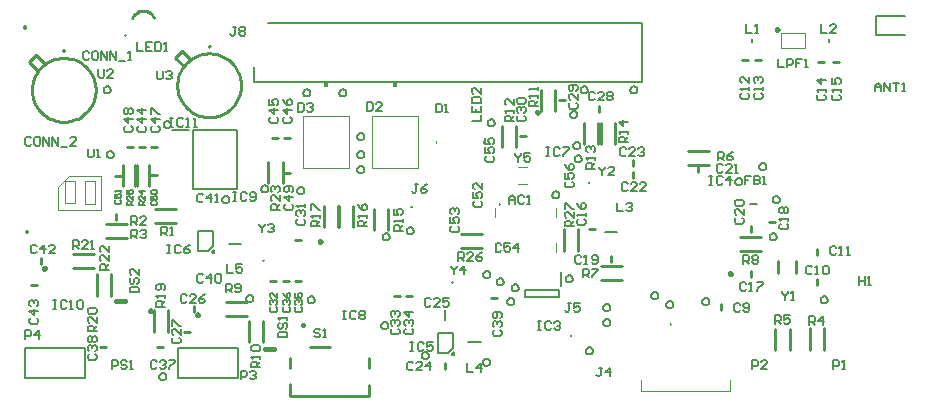
<source format=gto>
%FSTAX23Y23*%
%MOIN*%
%SFA1B1*%

%IPPOS*%
%ADD10C,0.003937*%
%ADD11C,0.007874*%
%ADD12C,0.010000*%
%ADD13C,0.009843*%
%ADD14C,0.005118*%
%ADD15C,0.006000*%
%ADD16C,0.015748*%
%ADD17C,0.005905*%
%LNdev_board_layout-1*%
%LPD*%
G54D10*
X01524Y00902D02*
D01*
X01524Y00902*
X01524Y00902*
X01523Y00902*
X01523Y00902*
X01523Y00902*
X01523Y00903*
X01523Y00903*
X01523Y00903*
X01523Y00903*
X01523Y00903*
X01523Y00903*
X01523Y00903*
X01523Y00903*
X01523Y00903*
X01523Y00903*
X01522Y00903*
X01522Y00904*
X01522Y00904*
X01522Y00904*
X01522Y00904*
X01522Y00904*
X01522Y00904*
X01521*
X01521Y00904*
X01521Y00904*
X01521Y00904*
X01521Y00904*
X01521Y00904*
X01521Y00903*
X01521Y00903*
X0152Y00903*
X0152Y00903*
X0152Y00903*
X0152Y00903*
X0152Y00903*
X0152Y00903*
X0152Y00903*
X0152Y00903*
X0152Y00903*
X0152Y00902*
X0152Y00902*
X0152Y00902*
X0152Y00902*
X0152Y00902*
X0152Y00902*
X0152Y00902*
X0152Y00901*
X0152Y00901*
X0152Y00901*
X0152Y00901*
X0152Y00901*
X0152Y00901*
X0152Y00901*
X0152Y00901*
X0152Y009*
X0152Y009*
X0152Y009*
X0152Y009*
X0152Y009*
X01521Y009*
X01521Y009*
X01521Y009*
X01521Y009*
X01521Y009*
X01521Y009*
X01521Y009*
X01521Y009*
X01522*
X01522Y009*
X01522Y009*
X01522Y009*
X01522Y009*
X01522Y009*
X01522Y009*
X01523Y009*
X01523Y009*
X01523Y009*
X01523Y009*
X01523Y009*
X01523Y009*
X01523Y00901*
X01523Y00901*
X01523Y00901*
X01523Y00901*
X01523Y00901*
X01523Y00901*
X01523Y00901*
X01524Y00901*
X01524Y00902*
X01524Y00902*
X02168Y00194D02*
D01*
X02168Y00194*
X02168Y00195*
X02167Y00195*
X02167Y00195*
X02167Y00195*
X02167Y00195*
X02167Y00195*
X02167Y00195*
X02167Y00195*
X02167Y00196*
X02167Y00196*
X02167Y00196*
X02167Y00196*
X02167Y00196*
X02167Y00196*
X02166Y00196*
X02166Y00196*
X02166Y00196*
X02166Y00196*
X02166Y00196*
X02166Y00196*
X02166Y00196*
X02165*
X02165Y00196*
X02165Y00196*
X02165Y00196*
X02165Y00196*
X02165Y00196*
X02165Y00196*
X02165Y00196*
X02164Y00196*
X02164Y00196*
X02164Y00196*
X02164Y00196*
X02164Y00196*
X02164Y00195*
X02164Y00195*
X02164Y00195*
X02164Y00195*
X02164Y00195*
X02164Y00195*
X02164Y00195*
X02164Y00195*
X02164Y00194*
X02164Y00194*
D01*
X02164Y00194*
X02164Y00194*
X02164Y00194*
X02164Y00194*
X02164Y00194*
X02164Y00193*
X02164Y00193*
X02164Y00193*
X02164Y00193*
X02164Y00193*
X02164Y00193*
X02164Y00193*
X02164Y00193*
X02164Y00193*
X02165Y00193*
X02165Y00192*
X02165Y00192*
X02165Y00192*
X02165Y00192*
X02165Y00192*
X02165Y00192*
X02165Y00192*
X02166*
X02166Y00192*
X02166Y00192*
X02166Y00192*
X02166Y00192*
X02166Y00192*
X02166Y00192*
X02167Y00193*
X02167Y00193*
X02167Y00193*
X02167Y00193*
X02167Y00193*
X02167Y00193*
X02167Y00193*
X02167Y00193*
X02167Y00193*
X02167Y00193*
X02167Y00194*
X02167Y00194*
X02167Y00194*
X02168Y00194*
X02168Y00194*
X02168Y00194*
X01598Y00594D02*
D01*
X01598Y00594*
X01598Y00594*
X01598Y00595*
X01598Y00595*
X01598Y00595*
X01598Y00595*
X01598Y00595*
X01598Y00595*
X01598Y00595*
X01597Y00595*
X01597Y00596*
X01597Y00596*
X01597Y00596*
X01597Y00596*
X01597Y00596*
X01597Y00596*
X01597Y00596*
X01597Y00596*
X01596Y00596*
X01596Y00596*
X01596Y00596*
X01596Y00596*
X01596*
X01596Y00596*
X01596Y00596*
X01595Y00596*
X01595Y00596*
X01595Y00596*
X01595Y00596*
X01595Y00596*
X01595Y00596*
X01595Y00596*
X01595Y00596*
X01595Y00596*
X01594Y00595*
X01594Y00595*
X01594Y00595*
X01594Y00595*
X01594Y00595*
X01594Y00595*
X01594Y00595*
X01594Y00595*
X01594Y00594*
X01594Y00594*
X01594Y00594*
D01*
X01594Y00594*
X01594Y00594*
X01594Y00594*
X01594Y00594*
X01594Y00594*
X01594Y00593*
X01594Y00593*
X01594Y00593*
X01594Y00593*
X01594Y00593*
X01595Y00593*
X01595Y00593*
X01595Y00593*
X01595Y00593*
X01595Y00593*
X01595Y00592*
X01595Y00592*
X01595Y00592*
X01595Y00592*
X01596Y00592*
X01596Y00592*
X01596Y00592*
X01596*
X01596Y00592*
X01596Y00592*
X01596Y00592*
X01597Y00592*
X01597Y00592*
X01597Y00592*
X01597Y00593*
X01597Y00593*
X01597Y00593*
X01597Y00593*
X01597Y00593*
X01597Y00593*
X01598Y00593*
X01598Y00593*
X01598Y00593*
X01598Y00593*
X01598Y00594*
X01598Y00594*
X01598Y00594*
X01598Y00594*
X01598Y00594*
X01598Y00594*
X01896Y00667D02*
D01*
X01896Y00667*
X01896Y00667*
X01896Y00667*
X01896Y00668*
X01896Y00668*
X01896Y00668*
X01896Y00668*
X01896Y00668*
X01896Y00668*
X01896Y00668*
X01896Y00668*
X01896Y00669*
X01895Y00669*
X01895Y00669*
X01895Y00669*
X01895Y00669*
X01895Y00669*
X01895Y00669*
X01895Y00669*
X01895Y00669*
X01894Y00669*
X01894Y00669*
X01894*
X01894Y00669*
X01894Y00669*
X01894Y00669*
X01894Y00669*
X01893Y00669*
X01893Y00669*
X01893Y00669*
X01893Y00669*
X01893Y00669*
X01893Y00669*
X01893Y00668*
X01893Y00668*
X01893Y00668*
X01893Y00668*
X01892Y00668*
X01892Y00668*
X01892Y00668*
X01892Y00668*
X01892Y00667*
X01892Y00667*
X01892Y00667*
X01892Y00667*
D01*
X01892Y00667*
X01892Y00667*
X01892Y00667*
X01892Y00667*
X01892Y00666*
X01892Y00666*
X01892Y00666*
X01893Y00666*
X01893Y00666*
X01893Y00666*
X01893Y00666*
X01893Y00666*
X01893Y00666*
X01893Y00665*
X01893Y00665*
X01893Y00665*
X01893Y00665*
X01894Y00665*
X01894Y00665*
X01894Y00665*
X01894Y00665*
X01894Y00665*
X01894*
X01894Y00665*
X01895Y00665*
X01895Y00665*
X01895Y00665*
X01895Y00665*
X01895Y00665*
X01895Y00665*
X01895Y00665*
X01895Y00666*
X01896Y00666*
X01896Y00666*
X01896Y00666*
X01896Y00666*
X01896Y00666*
X01896Y00666*
X01896Y00666*
X01896Y00666*
X01896Y00667*
X01896Y00667*
X01896Y00667*
X01896Y00667*
X01896Y00667*
X01836Y00155D02*
D01*
X01836Y00155*
X01836Y00155*
X01836Y00155*
X01836Y00155*
X01836Y00155*
X01836Y00155*
X01836Y00155*
X01836Y00156*
X01836Y00156*
X01836Y00156*
X01836Y00156*
X01836Y00156*
X01836Y00156*
X01836Y00156*
X01835Y00156*
X01835Y00156*
X01835Y00156*
X01835Y00156*
X01835Y00156*
X01835Y00156*
X01835Y00156*
X01835Y00156*
X01834*
X01834Y00156*
X01834Y00156*
X01834Y00156*
X01834Y00156*
X01834Y00156*
X01834Y00156*
X01834Y00156*
X01833Y00156*
X01833Y00156*
X01833Y00156*
X01833Y00156*
X01833Y00156*
X01833Y00156*
X01833Y00156*
X01833Y00155*
X01833Y00155*
X01833Y00155*
X01833Y00155*
X01833Y00155*
X01833Y00155*
X01833Y00155*
X01833Y00155*
D01*
X01833Y00154*
X01833Y00154*
X01833Y00154*
X01833Y00154*
X01833Y00154*
X01833Y00154*
X01833Y00154*
X01833Y00153*
X01833Y00153*
X01833Y00153*
X01833Y00153*
X01833Y00153*
X01833Y00153*
X01833Y00153*
X01834Y00153*
X01834Y00153*
X01834Y00153*
X01834Y00153*
X01834Y00153*
X01834Y00153*
X01834Y00153*
X01834Y00153*
X01835*
X01835Y00153*
X01835Y00153*
X01835Y00153*
X01835Y00153*
X01835Y00153*
X01835Y00153*
X01835Y00153*
X01836Y00153*
X01836Y00153*
X01836Y00153*
X01836Y00153*
X01836Y00153*
X01836Y00153*
X01836Y00153*
X01836Y00154*
X01836Y00154*
X01836Y00154*
X01836Y00154*
X01836Y00154*
X01836Y00154*
X01836Y00154*
X01836Y00155*
X01439Y00332D02*
D01*
X01439Y00332*
X01439Y00332*
X01439Y00332*
X01439Y00332*
X0144Y00332*
X0144Y00332*
X0144Y00332*
X0144Y00332*
X0144Y00332*
X0144Y00332*
X0144Y00332*
X0144Y00333*
X0144Y00333*
X01441Y00333*
X01441Y00333*
X01441Y00333*
X01441Y00333*
X01441Y00333*
X01441Y00333*
X01441Y00334*
X01441Y00334*
X01441Y00334*
Y00334*
X01441Y00334*
X01441Y00334*
X01441Y00334*
X01441Y00334*
X01441Y00335*
X01441Y00335*
X01441Y00335*
X01441Y00335*
X0144Y00335*
X0144Y00335*
X0144Y00335*
X0144Y00335*
X0144Y00335*
X0144Y00336*
X0144Y00336*
X0144Y00336*
X0144Y00336*
X01439Y00336*
X01439Y00336*
X01439Y00336*
X01439Y00336*
X01439Y00336*
D01*
X01439Y00336*
X01439Y00336*
X01439Y00336*
X01438Y00336*
X01438Y00336*
X01438Y00336*
X01438Y00336*
X01438Y00336*
X01438Y00335*
X01438Y00335*
X01438Y00335*
X01437Y00335*
X01437Y00335*
X01437Y00335*
X01437Y00335*
X01437Y00335*
X01437Y00335*
X01437Y00334*
X01437Y00334*
X01437Y00334*
X01437Y00334*
X01437Y00334*
Y00334*
X01437Y00334*
X01437Y00334*
X01437Y00333*
X01437Y00333*
X01437Y00333*
X01437Y00333*
X01437Y00333*
X01437Y00333*
X01437Y00333*
X01437Y00333*
X01438Y00332*
X01438Y00332*
X01438Y00332*
X01438Y00332*
X01438Y00332*
X01438Y00332*
X01438Y00332*
X01438Y00332*
X01439Y00332*
X01439Y00332*
X01439Y00332*
X01439Y00332*
X00809Y00409D02*
D01*
X00809Y00409*
X00809Y00409*
X00809Y00409*
X00809Y00409*
X00809Y00409*
X00808Y00409*
X00808Y00409*
X00808Y00409*
X00808Y00409*
X00808Y00408*
X00808Y00408*
X00808Y00408*
X00808Y00408*
X00808Y00408*
X00807Y00408*
X00807Y00408*
X00807Y00408*
X00807Y00408*
X00807Y00407*
X00807Y00407*
X00807Y00407*
X00807Y00407*
Y00407*
X00807Y00407*
X00807Y00407*
X00807Y00406*
X00807Y00406*
X00807Y00406*
X00807Y00406*
X00807Y00406*
X00808Y00406*
X00808Y00406*
X00808Y00406*
X00808Y00406*
X00808Y00405*
X00808Y00405*
X00808Y00405*
X00808Y00405*
X00808Y00405*
X00809Y00405*
X00809Y00405*
X00809Y00405*
X00809Y00405*
X00809Y00405*
X00809Y00405*
D01*
X00809Y00405*
X00809Y00405*
X0081Y00405*
X0081Y00405*
X0081Y00405*
X0081Y00405*
X0081Y00405*
X0081Y00405*
X0081Y00405*
X0081Y00405*
X00811Y00406*
X00811Y00406*
X00811Y00406*
X00811Y00406*
X00811Y00406*
X00811Y00406*
X00811Y00406*
X00811Y00406*
X00811Y00406*
X00811Y00407*
X00811Y00407*
X00811Y00407*
Y00407*
X00811Y00407*
X00811Y00407*
X00811Y00407*
X00811Y00408*
X00811Y00408*
X00811Y00408*
X00811Y00408*
X00811Y00408*
X00811Y00408*
X00811Y00408*
X00811Y00408*
X0081Y00408*
X0081Y00409*
X0081Y00409*
X0081Y00409*
X0081Y00409*
X0081Y00409*
X0081Y00409*
X0081Y00409*
X00809Y00409*
X00809Y00409*
X00809Y00409*
X01302Y00586D02*
D01*
X01302Y00586*
X01302Y00586*
X01302Y00586*
X01302Y00586*
X01302Y00586*
X01302Y00586*
X01301Y00586*
X01301Y00586*
X01301Y00586*
X01301Y00586*
X01301Y00586*
X01301Y00586*
X01301Y00586*
X01301Y00586*
X01301Y00585*
X01301Y00585*
X01301Y00585*
X01301Y00585*
X01301Y00585*
X013Y00585*
X013Y00585*
X013Y00585*
Y00584*
X013Y00584*
X013Y00584*
X01301Y00584*
X01301Y00584*
X01301Y00584*
X01301Y00584*
X01301Y00584*
X01301Y00583*
X01301Y00583*
X01301Y00583*
X01301Y00583*
X01301Y00583*
X01301Y00583*
X01301Y00583*
X01301Y00583*
X01302Y00583*
X01302Y00583*
X01302Y00583*
X01302Y00583*
X01302Y00583*
X01302Y00583*
X01302Y00583*
D01*
X01303Y00583*
X01303Y00583*
X01303Y00583*
X01303Y00583*
X01303Y00583*
X01303Y00583*
X01303Y00583*
X01303Y00583*
X01304Y00583*
X01304Y00583*
X01304Y00583*
X01304Y00583*
X01304Y00583*
X01304Y00583*
X01304Y00584*
X01304Y00584*
X01304Y00584*
X01304Y00584*
X01304Y00584*
X01304Y00584*
X01304Y00584*
X01304Y00584*
Y00585*
X01304Y00585*
X01304Y00585*
X01304Y00585*
X01304Y00585*
X01304Y00585*
X01304Y00585*
X01304Y00585*
X01304Y00586*
X01304Y00586*
X01304Y00586*
X01304Y00586*
X01304Y00586*
X01304Y00586*
X01303Y00586*
X01303Y00586*
X01303Y00586*
X01303Y00586*
X01303Y00586*
X01303Y00586*
X01303Y00586*
X01303Y00586*
X01302Y00586*
X01386Y00796D02*
Y00803D01*
X01543Y00796D02*
Y00803D01*
X01096Y00713D02*
Y00886D01*
X00943Y00713D02*
X01096D01*
X00943D02*
Y00886D01*
X01096*
X01173D02*
X01326D01*
X01173Y00713D02*
Y00886D01*
Y00713D02*
X01326D01*
Y00886*
X02535Y01115D02*
Y01164D01*
Y01115D02*
X02613D01*
X02535Y01165D02*
X02613D01*
X02615Y01115D02*
Y01165D01*
X02069Y-00029D02*
Y00009D01*
Y-00029D02*
X02364D01*
Y00009*
X01659Y0066D02*
X0169D01*
X01659Y00719D02*
X0169D01*
X01582Y00433D02*
Y00464D01*
X01787Y00433D02*
Y00464D01*
Y00551D02*
Y00582D01*
X01582Y00551D02*
Y00582D01*
X00268Y00575D02*
Y00689D01*
X00268Y00689D02*
X00268Y00689D01*
X00163Y00689D02*
X00268D01*
X00126Y00652D02*
X00163Y00689D01*
X00126Y00575D02*
Y00652D01*
Y00575D02*
X00268D01*
X00248Y0067D02*
Y00595D01*
X00247Y0067D02*
X00248Y0067D01*
X00216Y0067D02*
X00247D01*
X00216Y00595D02*
Y0067D01*
Y00595D02*
X00248D01*
X0015Y00596D02*
X00182D01*
X0015D02*
Y00671D01*
X00181*
X00182Y00596D02*
Y0067D01*
G54D11*
X01023Y00992D02*
D01*
X01023Y00993*
X01023Y00993*
X01023Y00993*
X01023Y00993*
X01023Y00994*
X01023Y00994*
X01023Y00994*
X01023Y00994*
X01023Y00995*
X01023Y00995*
X01022Y00995*
X01022Y00995*
X01022Y00996*
X01022Y00996*
X01021Y00996*
X01021Y00996*
X01021Y00996*
X01021Y00996*
X0102Y00996*
X0102Y00996*
X0102Y00996*
X0102Y00996*
X01019*
X01019Y00996*
X01019Y00996*
X01019Y00996*
X01018Y00996*
X01018Y00996*
X01018Y00996*
X01018Y00996*
X01017Y00996*
X01017Y00996*
X01017Y00995*
X01017Y00995*
X01016Y00995*
X01016Y00995*
X01016Y00994*
X01016Y00994*
X01016Y00994*
X01016Y00994*
X01016Y00993*
X01016Y00993*
X01016Y00993*
X01016Y00993*
X01016Y00992*
D01*
X01016Y00992*
X01016Y00992*
X01016Y00992*
X01016Y00991*
X01016Y00991*
X01016Y00991*
X01016Y00991*
X01016Y0099*
X01016Y0099*
X01016Y0099*
X01017Y0099*
X01017Y00989*
X01017Y00989*
X01017Y00989*
X01018Y00989*
X01018Y00989*
X01018Y00989*
X01018Y00989*
X01019Y00989*
X01019Y00989*
X01019Y00988*
X01019Y00988*
X0102*
X0102Y00988*
X0102Y00989*
X0102Y00989*
X01021Y00989*
X01021Y00989*
X01021Y00989*
X01021Y00989*
X01022Y00989*
X01022Y00989*
X01022Y00989*
X01022Y0099*
X01023Y0099*
X01023Y0099*
X01023Y0099*
X01023Y00991*
X01023Y00991*
X01023Y00991*
X01023Y00991*
X01023Y00992*
X01023Y00992*
X01023Y00992*
X01023Y00992*
X01246D02*
D01*
X01246Y00992*
X01246Y00992*
X01246Y00992*
X01246Y00991*
X01246Y00991*
X01246Y00991*
X01246Y00991*
X01246Y0099*
X01246Y0099*
X01246Y0099*
X01247Y0099*
X01247Y00989*
X01247Y00989*
X01247Y00989*
X01248Y00989*
X01248Y00989*
X01248Y00989*
X01248Y00989*
X01249Y00989*
X01249Y00989*
X01249Y00988*
X01249Y00988*
X0125*
X0125Y00988*
X0125Y00989*
X0125Y00989*
X01251Y00989*
X01251Y00989*
X01251Y00989*
X01251Y00989*
X01252Y00989*
X01252Y00989*
X01252Y00989*
X01252Y0099*
X01253Y0099*
X01253Y0099*
X01253Y0099*
X01253Y00991*
X01253Y00991*
X01253Y00991*
X01253Y00991*
X01253Y00992*
X01253Y00992*
X01253Y00992*
X01253Y00992*
D01*
X01253Y00993*
X01253Y00993*
X01253Y00993*
X01253Y00993*
X01253Y00994*
X01253Y00994*
X01253Y00994*
X01253Y00994*
X01253Y00995*
X01253Y00995*
X01252Y00995*
X01252Y00995*
X01252Y00996*
X01252Y00996*
X01251Y00996*
X01251Y00996*
X01251Y00996*
X01251Y00996*
X0125Y00996*
X0125Y00996*
X0125Y00996*
X0125Y00996*
X01249*
X01249Y00996*
X01249Y00996*
X01249Y00996*
X01248Y00996*
X01248Y00996*
X01248Y00996*
X01248Y00996*
X01247Y00996*
X01247Y00996*
X01247Y00995*
X01247Y00995*
X01246Y00995*
X01246Y00995*
X01246Y00994*
X01246Y00994*
X01246Y00994*
X01246Y00994*
X01246Y00993*
X01246Y00993*
X01246Y00993*
X01246Y00993*
X01246Y00992*
X01446Y00096D02*
D01*
X01446Y00096*
X01446Y00096*
X01446Y00097*
X01446Y00097*
X01446Y00097*
X01446Y00097*
X01446Y00098*
X01446Y00098*
X01446Y00098*
X01445Y00098*
X01445Y00099*
X01445Y00099*
X01445Y00099*
X01445Y00099*
X01444Y00099*
X01444Y00099*
X01444Y001*
X01444Y001*
X01443Y001*
X01443Y001*
X01443Y001*
X01443Y001*
X01442*
X01442Y001*
X01442Y001*
X01441Y001*
X01441Y001*
X01441Y001*
X01441Y00099*
X0144Y00099*
X0144Y00099*
X0144Y00099*
X0144Y00099*
X0144Y00099*
X01439Y00098*
X01439Y00098*
X01439Y00098*
X01439Y00098*
X01439Y00097*
X01439Y00097*
X01439Y00097*
X01439Y00097*
X01438Y00096*
X01438Y00096*
X01438Y00096*
X01438Y00096*
X01438Y00095*
X01439Y00095*
X01439Y00095*
X01439Y00095*
X01439Y00094*
X01439Y00094*
X01439Y00094*
X01439Y00094*
X01439Y00093*
X0144Y00093*
X0144Y00093*
X0144Y00093*
X0144Y00093*
X0144Y00092*
X01441Y00092*
X01441Y00092*
X01441Y00092*
X01441Y00092*
X01442Y00092*
X01442Y00092*
X01442Y00092*
X01443*
X01443Y00092*
X01443Y00092*
X01443Y00092*
X01444Y00092*
X01444Y00092*
X01444Y00092*
X01444Y00092*
X01445Y00093*
X01445Y00093*
X01445Y00093*
X01445Y00093*
X01445Y00093*
X01446Y00094*
X01446Y00094*
X01446Y00094*
X01446Y00094*
X01446Y00095*
X01446Y00095*
X01446Y00095*
X01446Y00095*
X01446Y00096*
X01446Y00096*
X00647Y00436D02*
D01*
X00647Y00436*
X00647Y00436*
X00647Y00437*
X00647Y00437*
X00647Y00437*
X00647Y00437*
X00647Y00438*
X00646Y00438*
X00646Y00438*
X00646Y00438*
X00646Y00439*
X00646Y00439*
X00646Y00439*
X00645Y00439*
X00645Y00439*
X00645Y00439*
X00645Y0044*
X00644Y0044*
X00644Y0044*
X00644Y0044*
X00644Y0044*
X00643Y0044*
X00643*
X00643Y0044*
X00642Y0044*
X00642Y0044*
X00642Y0044*
X00642Y0044*
X00641Y00439*
X00641Y00439*
X00641Y00439*
X00641Y00439*
X0064Y00439*
X0064Y00439*
X0064Y00438*
X0064Y00438*
X0064Y00438*
X0064Y00438*
X0064Y00437*
X00639Y00437*
X00639Y00437*
X00639Y00437*
X00639Y00436*
X00639Y00436*
X00639Y00436*
X00639Y00436*
X00639Y00435*
X00639Y00435*
X00639Y00435*
X00639Y00435*
X0064Y00434*
X0064Y00434*
X0064Y00434*
X0064Y00434*
X0064Y00433*
X0064Y00433*
X0064Y00433*
X00641Y00433*
X00641Y00433*
X00641Y00432*
X00641Y00432*
X00642Y00432*
X00642Y00432*
X00642Y00432*
X00642Y00432*
X00643Y00432*
X00643Y00432*
X00643*
X00644Y00432*
X00644Y00432*
X00644Y00432*
X00644Y00432*
X00645Y00432*
X00645Y00432*
X00645Y00432*
X00645Y00433*
X00646Y00433*
X00646Y00433*
X00646Y00433*
X00646Y00433*
X00646Y00434*
X00646Y00434*
X00647Y00434*
X00647Y00434*
X00647Y00435*
X00647Y00435*
X00647Y00435*
X00647Y00435*
X00647Y00436*
X00647Y00436*
X00577Y0084D02*
X00723D01*
Y00643D02*
Y0084D01*
X00577Y00643D02*
X00723D01*
X00577D02*
Y0084D01*
X00505Y00841D02*
X00563D01*
X02695Y01134D02*
Y01145D01*
X02852Y01222D02*
X02948D01*
X02852Y01157D02*
Y01222D01*
Y01157D02*
X02948D01*
X02433Y00595D02*
X02456D01*
X01949Y005D02*
X0199D01*
X01802Y0032D02*
Y00367D01*
X01682Y00306D02*
X01797D01*
X01682Y00283D02*
Y00306D01*
Y00283D02*
X01797D01*
Y00306*
X01391Y00096D02*
X01425D01*
X01391D02*
Y00163D01*
X01442*
Y00114D02*
Y00163D01*
X01425Y00096D02*
X01442Y00114D01*
X01493Y00135D02*
X01534D01*
X00694Y0046D02*
X00735D01*
X00525Y00015D02*
Y00115D01*
X00725*
Y00015D02*
Y00115D01*
X00525Y00015D02*
X00725D01*
X00592Y00436D02*
X00625D01*
X00592D02*
Y00503D01*
X00643*
Y00454D02*
Y00503D01*
X00625Y00436D02*
X00643Y00454D01*
X00778Y01D02*
Y0105D01*
Y01D02*
X02071D01*
Y01199*
X00825D02*
X02071D01*
X0244Y01134D02*
Y01145D01*
X00215Y00015D02*
Y00115D01*
X00015Y00015D02*
X00215D01*
X00015D02*
Y00115D01*
X00215*
G54D12*
X00146Y01105D02*
D01*
X00146Y01105*
X00146Y01105*
X00146Y01105*
X00146Y01106*
X00146Y01106*
X00145Y01106*
X00145Y01106*
X00145Y01106*
X00145Y01106*
X00145Y01106*
X00145Y01106*
X00145Y01106*
X00145Y01106*
X00145Y01106*
X00145Y01106*
X00145Y01106*
X00145Y01106*
X00145Y01106*
X00145Y01106*
X00145Y01106*
X00144Y01106*
X00144Y01106*
X00144*
X00144Y01106*
X00144Y01106*
X00144Y01106*
X00144Y01106*
X00144Y01106*
X00144Y01106*
X00144Y01106*
X00144Y01106*
X00144Y01106*
X00143Y01106*
X00143Y01106*
X00143Y01106*
X00143Y01106*
X00143Y01106*
X00143Y01106*
X00143Y01106*
X00143Y01106*
X00143Y01106*
X00143Y01105*
X00143Y01105*
X00143Y01105*
X00143Y01105*
X00143Y01105*
X00143Y01105*
X00143Y01105*
X00143Y01105*
X00143Y01105*
X00143Y01105*
X00143Y01105*
X00143Y01105*
X00143Y01104*
X00143Y01104*
X00143Y01104*
X00143Y01104*
X00144Y01104*
X00144Y01104*
X00144Y01104*
X00144Y01104*
X00144Y01104*
X00144Y01104*
X00144Y01104*
X00144Y01104*
X00144Y01104*
X00144Y01104*
X00144*
X00144Y01104*
X00145Y01104*
X00145Y01104*
X00145Y01104*
X00145Y01104*
X00145Y01104*
X00145Y01104*
X00145Y01104*
X00145Y01104*
X00145Y01104*
X00145Y01104*
X00145Y01104*
X00145Y01104*
X00145Y01105*
X00145Y01105*
X00145Y01105*
X00146Y01105*
X00146Y01105*
X00146Y01105*
X00146Y01105*
X00146Y01105*
X00146Y01105*
X00251Y00975D02*
D01*
X00251Y00982*
X0025Y00989*
X00248Y00997*
X00247Y01004*
X00244Y01011*
X00242Y01018*
X00238Y01024*
X00235Y01031*
X0023Y01037*
X00226Y01043*
X00221Y01048*
X00216Y01053*
X0021Y01058*
X00204Y01063*
X00198Y01067*
X00191Y0107*
X00184Y01073*
X00177Y01076*
X0017Y01078*
X00163Y01079*
X00156Y0108*
X00148Y01081*
X00141*
X00133Y0108*
X00126Y01079*
X00119Y01078*
X00112Y01076*
X00105Y01073*
X00098Y0107*
X00091Y01067*
X00085Y01063*
X00079Y01058*
X00073Y01053*
X00068Y01048*
X00063Y01043*
X00059Y01037*
X00054Y01031*
X00051Y01024*
X00047Y01018*
X00045Y01011*
X00042Y01004*
X00041Y00997*
X00039Y00989*
X00038Y00982*
X00038Y00975*
X00038Y00967*
X00039Y0096*
X00041Y00952*
X00042Y00945*
X00045Y00938*
X00047Y00931*
X00051Y00925*
X00054Y00918*
X00059Y00912*
X00063Y00906*
X00068Y00901*
X00073Y00896*
X00079Y00891*
X00085Y00886*
X00091Y00882*
X00098Y00879*
X00105Y00876*
X00112Y00873*
X00119Y00871*
X00126Y0087*
X00133Y00869*
X00141Y00868*
X00148*
X00156Y00869*
X00163Y0087*
X0017Y00871*
X00177Y00873*
X00184Y00876*
X00191Y00879*
X00198Y00882*
X00204Y00886*
X0021Y00891*
X00216Y00896*
X00221Y00901*
X00226Y00906*
X0023Y00912*
X00235Y00918*
X00238Y00925*
X00242Y00931*
X00244Y00938*
X00247Y00945*
X00248Y00952*
X0025Y0096*
X00251Y00967*
X00251Y00975*
X00946Y00191D02*
D01*
X00946Y00191*
X00946Y00192*
X00946Y00192*
X00946Y00192*
X00946Y00192*
X00946Y00193*
X00946Y00193*
X00946Y00193*
X00945Y00193*
X00945Y00194*
X00945Y00194*
X00945Y00194*
X00945Y00194*
X00944Y00194*
X00944Y00195*
X00944Y00195*
X00944Y00195*
X00943Y00195*
X00943Y00195*
X00943Y00195*
X00942Y00195*
X00942Y00195*
X00942*
X00942Y00195*
X00941Y00195*
X00941Y00195*
X00941Y00195*
X00941Y00195*
X0094Y00195*
X0094Y00195*
X0094Y00194*
X0094Y00194*
X00939Y00194*
X00939Y00194*
X00939Y00194*
X00939Y00193*
X00939Y00193*
X00938Y00193*
X00938Y00193*
X00938Y00192*
X00938Y00192*
X00938Y00192*
X00938Y00192*
X00938Y00191*
X00938Y00191*
X00938Y00191*
X00938Y00191*
X00938Y0019*
X00938Y0019*
X00938Y0019*
X00938Y00189*
X00938Y00189*
X00939Y00189*
X00939Y00189*
X00939Y00188*
X00939Y00188*
X00939Y00188*
X0094Y00188*
X0094Y00188*
X0094Y00188*
X0094Y00187*
X00941Y00187*
X00941Y00187*
X00941Y00187*
X00941Y00187*
X00942Y00187*
X00942Y00187*
X00942*
X00942Y00187*
X00943Y00187*
X00943Y00187*
X00943Y00187*
X00944Y00187*
X00944Y00187*
X00944Y00188*
X00944Y00188*
X00945Y00188*
X00945Y00188*
X00945Y00188*
X00945Y00188*
X00945Y00189*
X00946Y00189*
X00946Y00189*
X00946Y00189*
X00946Y0019*
X00946Y0019*
X00946Y0019*
X00946Y00191*
X00946Y00191*
X00946Y00191*
X00631Y0112D02*
D01*
X00631Y0112*
X00631Y0112*
X00631Y0112*
X00631Y01121*
X00631Y01121*
X0063Y01121*
X0063Y01121*
X0063Y01121*
X0063Y01121*
X0063Y01121*
X0063Y01121*
X0063Y01121*
X0063Y01121*
X0063Y01121*
X0063Y01121*
X0063Y01121*
X0063Y01121*
X0063Y01121*
X0063Y01121*
X0063Y01121*
X00629Y01121*
X00629Y01121*
X00629*
X00629Y01121*
X00629Y01121*
X00629Y01121*
X00629Y01121*
X00629Y01121*
X00629Y01121*
X00629Y01121*
X00629Y01121*
X00629Y01121*
X00628Y01121*
X00628Y01121*
X00628Y01121*
X00628Y01121*
X00628Y01121*
X00628Y01121*
X00628Y01121*
X00628Y01121*
X00628Y01121*
X00628Y0112*
X00628Y0112*
X00628Y0112*
X00628Y0112*
X00628Y0112*
X00628Y0112*
X00628Y0112*
X00628Y0112*
X00628Y0112*
X00628Y0112*
X00628Y0112*
X00628Y0112*
X00628Y01119*
X00628Y01119*
X00628Y01119*
X00628Y01119*
X00629Y01119*
X00629Y01119*
X00629Y01119*
X00629Y01119*
X00629Y01119*
X00629Y01119*
X00629Y01119*
X00629Y01119*
X00629Y01119*
X00629Y01119*
X00629*
X00629Y01119*
X0063Y01119*
X0063Y01119*
X0063Y01119*
X0063Y01119*
X0063Y01119*
X0063Y01119*
X0063Y01119*
X0063Y01119*
X0063Y01119*
X0063Y01119*
X0063Y01119*
X0063Y01119*
X0063Y0112*
X0063Y0112*
X0063Y0112*
X00631Y0112*
X00631Y0112*
X00631Y0112*
X00631Y0112*
X00631Y0112*
X00631Y0112*
X00736Y0099D02*
D01*
X00736Y00997*
X00735Y01004*
X00733Y01012*
X00732Y01019*
X00729Y01026*
X00727Y01033*
X00723Y01039*
X0072Y01046*
X00715Y01052*
X00711Y01058*
X00706Y01063*
X00701Y01068*
X00695Y01073*
X00689Y01078*
X00683Y01082*
X00676Y01085*
X00669Y01088*
X00662Y01091*
X00655Y01093*
X00648Y01094*
X00641Y01095*
X00633Y01096*
X00626*
X00618Y01095*
X00611Y01094*
X00604Y01093*
X00597Y01091*
X0059Y01088*
X00583Y01085*
X00576Y01082*
X0057Y01078*
X00564Y01073*
X00558Y01068*
X00553Y01063*
X00548Y01058*
X00544Y01052*
X00539Y01046*
X00536Y01039*
X00532Y01033*
X0053Y01026*
X00527Y01019*
X00526Y01012*
X00524Y01004*
X00523Y00997*
X00523Y0099*
X00523Y00982*
X00524Y00975*
X00526Y00967*
X00527Y0096*
X0053Y00953*
X00532Y00946*
X00536Y0094*
X00539Y00933*
X00544Y00927*
X00548Y00921*
X00553Y00916*
X00558Y00911*
X00564Y00906*
X0057Y00901*
X00576Y00897*
X00583Y00894*
X0059Y00891*
X00597Y00888*
X00604Y00886*
X00611Y00885*
X00618Y00884*
X00626Y00883*
X00633*
X00641Y00884*
X00648Y00885*
X00655Y00886*
X00662Y00888*
X00669Y00891*
X00676Y00894*
X00683Y00897*
X00689Y00901*
X00695Y00906*
X00701Y00911*
X00706Y00916*
X00711Y00921*
X00715Y00927*
X0072Y00933*
X00723Y0094*
X00727Y00946*
X00729Y00953*
X00732Y0096*
X00733Y00967*
X00735Y00975*
X00736Y00982*
X00736Y0099*
X0035Y01157D02*
D01*
X0035Y01157*
X0035Y01157*
X0035Y01157*
X0035Y01157*
X0035Y01157*
X0035Y01157*
X0035Y01157*
X0035Y01157*
X0035Y01157*
X0035Y01157*
X0035Y01157*
X0035Y01157*
X0035Y01157*
X0035Y01157*
X0035Y01157*
X00349Y01157*
X00349Y01157*
X00349Y01157*
X00349Y01157*
X00349Y01157*
X00349Y01157*
X00349Y01157*
X00349*
X00349Y01157*
X00349Y01157*
X00349Y01157*
X00349Y01157*
X00349Y01157*
X00349Y01157*
X00349Y01157*
X00349Y01157*
X00349Y01157*
X00349Y01157*
X00349Y01157*
X00349Y01157*
X00349Y01157*
X00349Y01157*
X00349Y01157*
X00349Y01157*
X00349Y01157*
X00349Y01157*
X00349Y01157*
X00349Y01157*
X00349Y01157*
X00349Y01157*
X00349Y01157*
X00349Y01157*
X00349Y01157*
X00349Y01157*
X00349Y01157*
X00349Y01157*
X00349Y01157*
X00349Y01157*
X00349Y01157*
X00349Y01157*
X00349Y01157*
X00349Y01157*
X00349Y01156*
X00349Y01156*
X00349Y01156*
X00349Y01156*
X00349Y01156*
X00349Y01156*
X00349Y01156*
X00349Y01156*
X00349Y01156*
X00349Y01156*
X00349*
X00349Y01156*
X00349Y01156*
X00349Y01156*
X00349Y01156*
X00349Y01156*
X00349Y01156*
X0035Y01156*
X0035Y01156*
X0035Y01156*
X0035Y01157*
X0035Y01157*
X0035Y01157*
X0035Y01157*
X0035Y01157*
X0035Y01157*
X0035Y01157*
X0035Y01157*
X0035Y01157*
X0035Y01157*
X0035Y01157*
X0035Y01157*
X0035Y01157*
X00446Y01214D02*
D01*
X00445Y01217*
X00443Y01219*
X00442Y01222*
X0044Y01224*
X00438Y01226*
X00437Y01228*
X00434Y0123*
X00432Y01231*
X0043Y01233*
X00428Y01234*
X00425Y01235*
X00423Y01236*
X0042Y01237*
X00417Y01238*
X00415Y01238*
X00412Y01239*
X00409Y01239*
X00406Y01238*
X00404Y01238*
X00401Y01238*
X00398Y01237*
X00396Y01236*
X00393Y01235*
X00391Y01234*
X00388Y01232*
X00386Y01231*
X00384Y01229*
X00382Y01227*
X0038Y01225*
X00378Y01223*
X00377Y01221*
X00375Y01219*
X00374Y01216*
X00373Y01214*
X00015Y01184D02*
D01*
X00015Y01184*
X00015Y01184*
X00015Y01184*
X00015Y01185*
X00014Y01185*
X00014Y01185*
X00014Y01185*
X00014Y01185*
X00014Y01185*
X00014Y01185*
X00014Y01185*
X00014Y01185*
X00014Y01186*
X00014Y01186*
X00014Y01186*
X00013Y01186*
X00013Y01186*
X00013Y01186*
X00013Y01186*
X00013Y01186*
X00013Y01186*
X00013Y01186*
X00013*
X00012Y01186*
X00012Y01186*
X00012Y01186*
X00012Y01186*
X00012Y01186*
X00012Y01186*
X00012Y01186*
X00012Y01186*
X00011Y01186*
X00011Y01185*
X00011Y01185*
X00011Y01185*
X00011Y01185*
X00011Y01185*
X00011Y01185*
X00011Y01185*
X00011Y01185*
X00011Y01185*
X00011Y01184*
X00011Y01184*
X00011Y01184*
X00011Y01184*
X00011Y01184*
X00011Y01184*
X00011Y01184*
X00011Y01183*
X00011Y01183*
X00011Y01183*
X00011Y01183*
X00011Y01183*
X00011Y01183*
X00011Y01183*
X00011Y01183*
X00011Y01183*
X00011Y01182*
X00012Y01182*
X00012Y01182*
X00012Y01182*
X00012Y01182*
X00012Y01182*
X00012Y01182*
X00012Y01182*
X00012Y01182*
X00013Y01182*
X00013*
X00013Y01182*
X00013Y01182*
X00013Y01182*
X00013Y01182*
X00013Y01182*
X00013Y01182*
X00014Y01182*
X00014Y01182*
X00014Y01182*
X00014Y01183*
X00014Y01183*
X00014Y01183*
X00014Y01183*
X00014Y01183*
X00014Y01183*
X00014Y01183*
X00014Y01183*
X00015Y01183*
X00015Y01184*
X00015Y01184*
X00015Y01184*
X00015Y01184*
X00022Y00503D02*
D01*
X00022Y00503*
X00022Y00503*
X00022Y00503*
X00022Y00503*
X00022Y00503*
X00022Y00503*
X00022Y00504*
X00022Y00504*
X00022Y00504*
X00021Y00504*
X00021Y00504*
X00021Y00504*
X00021Y00504*
X00021Y00504*
X00021Y00504*
X00021Y00504*
X00021Y00504*
X00021Y00504*
X0002Y00505*
X0002Y00505*
X0002Y00505*
X0002Y00505*
X0002*
X0002Y00505*
X0002Y00505*
X00019Y00505*
X00019Y00504*
X00019Y00504*
X00019Y00504*
X00019Y00504*
X00019Y00504*
X00019Y00504*
X00019Y00504*
X00019Y00504*
X00018Y00504*
X00018Y00504*
X00018Y00504*
X00018Y00504*
X00018Y00503*
X00018Y00503*
X00018Y00503*
X00018Y00503*
X00018Y00503*
X00018Y00503*
X00018Y00503*
X00018Y00502*
X00018Y00502*
X00018Y00502*
X00018Y00502*
X00018Y00502*
X00018Y00502*
X00018Y00502*
X00018Y00502*
X00018Y00501*
X00018Y00501*
X00019Y00501*
X00019Y00501*
X00019Y00501*
X00019Y00501*
X00019Y00501*
X00019Y00501*
X00019Y00501*
X00019Y00501*
X00019Y00501*
X0002Y00501*
X0002Y00501*
X0002Y00501*
X0002*
X0002Y00501*
X0002Y00501*
X0002Y00501*
X00021Y00501*
X00021Y00501*
X00021Y00501*
X00021Y00501*
X00021Y00501*
X00021Y00501*
X00021Y00501*
X00021Y00501*
X00021Y00501*
X00022Y00501*
X00022Y00502*
X00022Y00502*
X00022Y00502*
X00022Y00502*
X00022Y00502*
X00022Y00502*
X00022Y00502*
X00022Y00502*
X00022Y00503*
X00053Y0109D02*
X0008Y01064D01*
X0003Y01067D02*
X00053Y0109D01*
X0003Y01067D02*
X00059Y01038D01*
X0245Y01074D02*
X0247D01*
X02405Y01075D02*
X02425D01*
X0266Y01069D02*
X0268D01*
X0271D02*
X0273D01*
X02335Y0024D02*
Y0026D01*
X02564Y00109D02*
Y00179D01*
X02516Y00109D02*
Y00179D01*
X02678Y00109D02*
Y0018D01*
X02631Y00109D02*
Y0018D01*
X02434Y005D02*
Y0052D01*
X02399Y00436D02*
X0247D01*
X02399Y00483D02*
X0247D01*
X02495Y00535D02*
X02515D01*
X02434Y0035D02*
Y0037D01*
X02654Y00325D02*
Y00345D01*
X02525Y00365D02*
Y00404D01*
X02584Y00365D02*
Y00404D01*
X02654Y00425D02*
Y00445D01*
X02259Y007D02*
Y0072D01*
X02227Y00723D02*
X02297D01*
X02227Y00771D02*
X02297D01*
X02042Y0068D02*
Y007D01*
Y0072D02*
Y0074D01*
X01982Y00794D02*
Y00865D01*
X01935Y00794D02*
Y00865D01*
X01929Y009D02*
Y0092D01*
X0188Y00794D02*
Y00865D01*
X01927Y00794D02*
Y00865D01*
X01795Y0094D02*
X01815D01*
X01783Y00904D02*
Y00975D01*
X01736Y00904D02*
Y00975D01*
X01665Y0082D02*
X01685D01*
X01606Y00784D02*
Y00855D01*
X01653Y00784D02*
Y00855D01*
X01469Y00446D02*
X0154D01*
X01469Y00493D02*
X0154D01*
X01895Y0051D02*
X01915D01*
X01858Y00439D02*
Y0051D01*
X01811Y00439D02*
Y0051D01*
X0197Y004D02*
Y0042D01*
X01934Y00341D02*
X02005D01*
X01934Y00388D02*
X02005D01*
X0157Y0028D02*
X0159D01*
X01415Y00045D02*
Y00065D01*
X01284Y00288D02*
X01304D01*
X01244Y00288D02*
X01264D01*
X01178Y00507D02*
Y00578D01*
X01225Y00507D02*
Y00578D01*
X01062Y00517D02*
Y00588D01*
X01109Y00517D02*
Y00588D01*
X01059Y00517D02*
Y00588D01*
X01012Y00517D02*
Y00588D01*
X00915Y00475D02*
X00935D01*
X00917Y00337D02*
X00937D01*
X00877D02*
X00897D01*
X00832Y00337D02*
X00852D01*
X01161Y00049D02*
Y0008D01*
X00898Y00049D02*
Y0008D01*
X00967Y00116D02*
X01033D01*
X00898Y-00045D02*
Y-00007D01*
X01161Y-00045D02*
Y-00008D01*
X00898Y-00045D02*
X01161D01*
X00761Y00134D02*
Y00205D01*
X00808Y00134D02*
Y00205D01*
X0058Y00235D02*
Y00255D01*
X00545Y00169D02*
X00565D01*
X00446Y00169D02*
Y0024D01*
X00493Y00169D02*
Y0024D01*
X00456Y00117D02*
X00476D01*
X00266D02*
X00286D01*
X00256Y00289D02*
Y0036D01*
X00303Y00289D02*
Y0036D01*
X00174Y00381D02*
X00245D01*
X00174Y00428D02*
X00245D01*
X00035Y00324D02*
X00055D01*
X0007Y00395D02*
Y00415D01*
X00435Y0069D02*
X00455D01*
X00382Y00654D02*
Y00725D01*
X00429Y00654D02*
Y00725D01*
X00389Y00654D02*
Y00725D01*
X00342Y00654D02*
Y00725D01*
X00315Y00689D02*
X00335D01*
X00449Y00578D02*
X0052D01*
X00449Y00531D02*
X0052D01*
X00284Y00528D02*
X00355D01*
X00284Y00481D02*
X00355D01*
X0032Y0054D02*
Y0056D01*
X00435Y00784D02*
X00455D01*
X00395D02*
X00415D01*
X00355Y00785D02*
X00375D01*
X0088Y00699D02*
X009D01*
X00827Y00664D02*
Y00735D01*
X00874Y00664D02*
Y00735D01*
X0088Y00814D02*
X009D01*
X0084Y00815D02*
X0086D01*
X00538Y01105D02*
X00565Y01079D01*
X00515Y01082D02*
X00538Y01105D01*
X00515Y01082D02*
X00544Y01053D01*
X00684Y00221D02*
X00755D01*
X00684Y00268D02*
X00755D01*
G54D13*
X02528Y01176D02*
D01*
X02528Y01176*
X02528Y01177*
X02528Y01177*
X02528Y01177*
X02528Y01178*
X02528Y01178*
X02528Y01178*
X02527Y01179*
X02527Y01179*
X02527Y01179*
X02527Y01179*
X02527Y0118*
X02526Y0118*
X02526Y0118*
X02526Y0118*
X02525Y0118*
X02525Y0118*
X02525Y01181*
X02525Y01181*
X02524Y01181*
X02524Y01181*
X02523Y01181*
X02523*
X02523Y01181*
X02522Y01181*
X02522Y01181*
X02522Y01181*
X02521Y0118*
X02521Y0118*
X02521Y0118*
X02521Y0118*
X0252Y0118*
X0252Y0118*
X0252Y01179*
X0252Y01179*
X02519Y01179*
X02519Y01179*
X02519Y01178*
X02519Y01178*
X02519Y01178*
X02519Y01177*
X02519Y01177*
X02518Y01177*
X02518Y01176*
X02518Y01176*
X02518Y01176*
X02518Y01175*
X02519Y01175*
X02519Y01175*
X02519Y01174*
X02519Y01174*
X02519Y01174*
X02519Y01173*
X02519Y01173*
X0252Y01173*
X0252Y01172*
X0252Y01172*
X0252Y01172*
X02521Y01172*
X02521Y01172*
X02521Y01171*
X02521Y01171*
X02522Y01171*
X02522Y01171*
X02522Y01171*
X02523Y01171*
X02523Y01171*
X02523*
X02524Y01171*
X02524Y01171*
X02525Y01171*
X02525Y01171*
X02525Y01171*
X02525Y01171*
X02526Y01172*
X02526Y01172*
X02526Y01172*
X02527Y01172*
X02527Y01172*
X02527Y01173*
X02527Y01173*
X02527Y01173*
X02528Y01174*
X02528Y01174*
X02528Y01174*
X02528Y01175*
X02528Y01175*
X02528Y01175*
X02528Y01176*
X02528Y01176*
X02371Y00362D02*
D01*
X02371Y00362*
X02371Y00362*
X02371Y00363*
X02371Y00363*
X02371Y00363*
X02371Y00364*
X02371Y00364*
X0237Y00364*
X0237Y00364*
X0237Y00365*
X0237Y00365*
X0237Y00365*
X02369Y00365*
X02369Y00366*
X02369Y00366*
X02368Y00366*
X02368Y00366*
X02368Y00366*
X02367Y00366*
X02367Y00366*
X02367Y00366*
X02366Y00366*
X02366*
X02366Y00366*
X02365Y00366*
X02365Y00366*
X02365Y00366*
X02364Y00366*
X02364Y00366*
X02364Y00366*
X02363Y00366*
X02363Y00365*
X02363Y00365*
X02363Y00365*
X02362Y00365*
X02362Y00364*
X02362Y00364*
X02362Y00364*
X02362Y00364*
X02362Y00363*
X02362Y00363*
X02361Y00363*
X02361Y00362*
X02361Y00362*
X02361Y00362*
X02361Y00361*
X02361Y00361*
X02361Y00361*
X02362Y0036*
X02362Y0036*
X02362Y0036*
X02362Y00359*
X02362Y00359*
X02362Y00359*
X02362Y00358*
X02363Y00358*
X02363Y00358*
X02363Y00358*
X02363Y00357*
X02364Y00357*
X02364Y00357*
X02364Y00357*
X02365Y00357*
X02365Y00357*
X02365Y00357*
X02366Y00357*
X02366Y00357*
X02366*
X02367Y00357*
X02367Y00357*
X02367Y00357*
X02368Y00357*
X02368Y00357*
X02368Y00357*
X02369Y00357*
X02369Y00357*
X02369Y00358*
X0237Y00358*
X0237Y00358*
X0237Y00358*
X0237Y00359*
X0237Y00359*
X02371Y00359*
X02371Y0036*
X02371Y0036*
X02371Y0036*
X02371Y00361*
X02371Y00361*
X02371Y00361*
X02371Y00362*
X01728Y009D02*
D01*
X01728Y009*
X01728Y00901*
X01728Y00901*
X01728Y00901*
X01728Y00902*
X01728Y00902*
X01727Y00902*
X01727Y00903*
X01727Y00903*
X01727Y00903*
X01727Y00904*
X01726Y00904*
X01726Y00904*
X01726Y00904*
X01726Y00904*
X01725Y00905*
X01725Y00905*
X01725Y00905*
X01724Y00905*
X01724Y00905*
X01724Y00905*
X01723Y00905*
X01723*
X01723Y00905*
X01722Y00905*
X01722Y00905*
X01722Y00905*
X01721Y00905*
X01721Y00905*
X01721Y00904*
X0172Y00904*
X0172Y00904*
X0172Y00904*
X0172Y00904*
X01719Y00903*
X01719Y00903*
X01719Y00903*
X01719Y00902*
X01719Y00902*
X01718Y00902*
X01718Y00901*
X01718Y00901*
X01718Y00901*
X01718Y009*
X01718Y009*
X01718Y009*
X01718Y00899*
X01718Y00899*
X01718Y00899*
X01718Y00898*
X01719Y00898*
X01719Y00898*
X01719Y00897*
X01719Y00897*
X01719Y00897*
X0172Y00897*
X0172Y00896*
X0172Y00896*
X0172Y00896*
X01721Y00896*
X01721Y00896*
X01721Y00896*
X01722Y00895*
X01722Y00895*
X01722Y00895*
X01723Y00895*
X01723Y00895*
X01723*
X01724Y00895*
X01724Y00895*
X01724Y00895*
X01725Y00895*
X01725Y00896*
X01725Y00896*
X01726Y00896*
X01726Y00896*
X01726Y00896*
X01726Y00896*
X01727Y00897*
X01727Y00897*
X01727Y00897*
X01727Y00897*
X01727Y00898*
X01728Y00898*
X01728Y00898*
X01728Y00899*
X01728Y00899*
X01728Y00899*
X01728Y009*
X01728Y009*
X01004Y0047D02*
D01*
X01004Y0047*
X01004Y00471*
X01004Y00471*
X01004Y00471*
X01004Y00472*
X01004Y00472*
X01003Y00472*
X01003Y00473*
X01003Y00473*
X01003Y00473*
X01003Y00473*
X01002Y00474*
X01002Y00474*
X01002Y00474*
X01001Y00474*
X01001Y00474*
X01001Y00475*
X01001Y00475*
X01Y00475*
X01Y00475*
X01Y00475*
X00999Y00475*
X00999*
X00999Y00475*
X00998Y00475*
X00998Y00475*
X00998Y00475*
X00997Y00475*
X00997Y00474*
X00997Y00474*
X00996Y00474*
X00996Y00474*
X00996Y00474*
X00995Y00473*
X00995Y00473*
X00995Y00473*
X00995Y00473*
X00995Y00472*
X00995Y00472*
X00994Y00472*
X00994Y00471*
X00994Y00471*
X00994Y00471*
X00994Y0047*
X00994Y0047*
X00994Y0047*
X00994Y00469*
X00994Y00469*
X00994Y00469*
X00994Y00468*
X00995Y00468*
X00995Y00468*
X00995Y00467*
X00995Y00467*
X00995Y00467*
X00995Y00467*
X00996Y00466*
X00996Y00466*
X00996Y00466*
X00997Y00466*
X00997Y00466*
X00997Y00465*
X00998Y00465*
X00998Y00465*
X00998Y00465*
X00999Y00465*
X00999Y00465*
X00999*
X01Y00465*
X01Y00465*
X01Y00465*
X01001Y00465*
X01001Y00465*
X01001Y00466*
X01001Y00466*
X01002Y00466*
X01002Y00466*
X01002Y00466*
X01003Y00467*
X01003Y00467*
X01003Y00467*
X01003Y00467*
X01003Y00468*
X01004Y00468*
X01004Y00468*
X01004Y00469*
X01004Y00469*
X01004Y00469*
X01004Y0047*
X01004Y0047*
X00596Y00225D02*
D01*
X00596Y00225*
X00596Y00226*
X00595Y00226*
X00595Y00226*
X00595Y00227*
X00595Y00227*
X00595Y00227*
X00595Y00228*
X00595Y00228*
X00594Y00228*
X00594Y00229*
X00594Y00229*
X00594Y00229*
X00593Y00229*
X00593Y00229*
X00593Y0023*
X00592Y0023*
X00592Y0023*
X00592Y0023*
X00591Y0023*
X00591Y0023*
X00591Y0023*
X0059*
X0059Y0023*
X0059Y0023*
X00589Y0023*
X00589Y0023*
X00589Y0023*
X00588Y0023*
X00588Y00229*
X00588Y00229*
X00588Y00229*
X00587Y00229*
X00587Y00229*
X00587Y00228*
X00587Y00228*
X00586Y00228*
X00586Y00227*
X00586Y00227*
X00586Y00227*
X00586Y00226*
X00586Y00226*
X00586Y00226*
X00586Y00225*
X00586Y00225*
X00586Y00225*
X00586Y00224*
X00586Y00224*
X00586Y00224*
X00586Y00223*
X00586Y00223*
X00586Y00223*
X00586Y00222*
X00587Y00222*
X00587Y00222*
X00587Y00222*
X00587Y00221*
X00588Y00221*
X00588Y00221*
X00588Y00221*
X00588Y00221*
X00589Y00221*
X00589Y0022*
X00589Y0022*
X0059Y0022*
X0059Y0022*
X0059Y0022*
X00591*
X00591Y0022*
X00591Y0022*
X00592Y0022*
X00592Y0022*
X00592Y00221*
X00593Y00221*
X00593Y00221*
X00593Y00221*
X00594Y00221*
X00594Y00221*
X00594Y00222*
X00594Y00222*
X00595Y00222*
X00595Y00222*
X00595Y00223*
X00595Y00223*
X00595Y00223*
X00595Y00224*
X00595Y00224*
X00596Y00224*
X00596Y00225*
X00596Y00225*
X00439Y00238D02*
D01*
X00439Y00239*
X00439Y00239*
X00439Y00239*
X00439Y0024*
X00439Y0024*
X00439Y0024*
X00439Y00241*
X00439Y00241*
X00438Y00241*
X00438Y00241*
X00438Y00242*
X00438Y00242*
X00437Y00242*
X00437Y00242*
X00437Y00243*
X00437Y00243*
X00436Y00243*
X00436Y00243*
X00436Y00243*
X00435Y00243*
X00435Y00243*
X00435Y00243*
X00434*
X00434Y00243*
X00434Y00243*
X00433Y00243*
X00433Y00243*
X00433Y00243*
X00432Y00243*
X00432Y00243*
X00432Y00242*
X00431Y00242*
X00431Y00242*
X00431Y00242*
X00431Y00241*
X0043Y00241*
X0043Y00241*
X0043Y00241*
X0043Y0024*
X0043Y0024*
X0043Y0024*
X0043Y00239*
X0043Y00239*
X0043Y00239*
X0043Y00238*
X0043Y00238*
X0043Y00238*
X0043Y00237*
X0043Y00237*
X0043Y00237*
X0043Y00236*
X0043Y00236*
X0043Y00236*
X0043Y00235*
X00431Y00235*
X00431Y00235*
X00431Y00235*
X00431Y00234*
X00432Y00234*
X00432Y00234*
X00432Y00234*
X00433Y00234*
X00433Y00234*
X00433Y00234*
X00434Y00233*
X00434Y00233*
X00434Y00233*
X00435*
X00435Y00233*
X00435Y00233*
X00436Y00234*
X00436Y00234*
X00436Y00234*
X00437Y00234*
X00437Y00234*
X00437Y00234*
X00437Y00234*
X00438Y00235*
X00438Y00235*
X00438Y00235*
X00438Y00235*
X00439Y00236*
X00439Y00236*
X00439Y00236*
X00439Y00237*
X00439Y00237*
X00439Y00237*
X00439Y00238*
X00439Y00238*
X00439Y00238*
X00085Y0038D02*
D01*
X00085Y0038*
X00085Y0038*
X00085Y00381*
X00084Y00381*
X00084Y00381*
X00084Y00382*
X00084Y00382*
X00084Y00382*
X00084Y00383*
X00083Y00383*
X00083Y00383*
X00083Y00383*
X00083Y00383*
X00082Y00384*
X00082Y00384*
X00082Y00384*
X00082Y00384*
X00081Y00384*
X00081Y00384*
X00081Y00384*
X0008Y00385*
X0008Y00385*
X0008*
X00079Y00385*
X00079Y00384*
X00079Y00384*
X00078Y00384*
X00078Y00384*
X00078Y00384*
X00077Y00384*
X00077Y00384*
X00077Y00383*
X00076Y00383*
X00076Y00383*
X00076Y00383*
X00076Y00383*
X00076Y00382*
X00075Y00382*
X00075Y00382*
X00075Y00381*
X00075Y00381*
X00075Y00381*
X00075Y0038*
X00075Y0038*
X00075Y0038*
X00075Y00379*
X00075Y00379*
X00075Y00379*
X00075Y00378*
X00075Y00378*
X00075Y00378*
X00075Y00377*
X00076Y00377*
X00076Y00377*
X00076Y00376*
X00076Y00376*
X00076Y00376*
X00077Y00376*
X00077Y00376*
X00077Y00375*
X00078Y00375*
X00078Y00375*
X00078Y00375*
X00079Y00375*
X00079Y00375*
X00079Y00375*
X0008Y00375*
X0008*
X0008Y00375*
X00081Y00375*
X00081Y00375*
X00081Y00375*
X00082Y00375*
X00082Y00375*
X00082Y00375*
X00082Y00376*
X00083Y00376*
X00083Y00376*
X00083Y00376*
X00083Y00376*
X00084Y00377*
X00084Y00377*
X00084Y00377*
X00084Y00378*
X00084Y00378*
X00084Y00378*
X00085Y00379*
X00085Y00379*
X00085Y00379*
X00085Y0038*
G54D14*
X00301Y00975D02*
D01*
X00301Y00975*
X00301Y00976*
X00301Y00977*
X00301Y00978*
X00301Y00979*
X003Y00979*
X003Y0098*
X003Y00981*
X00299Y00981*
X00299Y00982*
X00298Y00983*
X00297Y00983*
X00297Y00984*
X00296Y00984*
X00295Y00985*
X00295Y00985*
X00294Y00985*
X00293Y00986*
X00292Y00986*
X00292Y00986*
X00291Y00986*
X0029Y00986*
X00289*
X00288Y00986*
X00287Y00986*
X00287Y00986*
X00286Y00986*
X00285Y00985*
X00284Y00985*
X00284Y00985*
X00283Y00984*
X00282Y00984*
X00282Y00983*
X00281Y00983*
X0028Y00982*
X0028Y00981*
X00279Y00981*
X00279Y0098*
X00279Y00979*
X00278Y00979*
X00278Y00978*
X00278Y00977*
X00278Y00976*
X00278Y00975*
X00278Y00975*
X00278Y00974*
X00278Y00973*
X00278Y00972*
X00278Y00971*
X00278Y0097*
X00279Y0097*
X00279Y00969*
X00279Y00968*
X0028Y00968*
X0028Y00967*
X00281Y00966*
X00282Y00966*
X00282Y00965*
X00283Y00965*
X00284Y00964*
X00284Y00964*
X00285Y00964*
X00286Y00963*
X00287Y00963*
X00287Y00963*
X00288Y00963*
X00289Y00963*
X0029*
X00291Y00963*
X00292Y00963*
X00292Y00963*
X00293Y00963*
X00294Y00964*
X00295Y00964*
X00295Y00964*
X00296Y00965*
X00297Y00965*
X00297Y00966*
X00298Y00966*
X00299Y00967*
X00299Y00968*
X003Y00968*
X003Y00969*
X003Y0097*
X00301Y0097*
X00301Y00971*
X00301Y00972*
X00301Y00973*
X00301Y00974*
X00301Y00975*
X00486Y0002D02*
D01*
X00486Y0002*
X00486Y00021*
X00486Y00022*
X00486Y00023*
X00486Y00024*
X00485Y00024*
X00485Y00025*
X00485Y00026*
X00484Y00026*
X00484Y00027*
X00483Y00028*
X00482Y00028*
X00482Y00029*
X00481Y00029*
X0048Y0003*
X0048Y0003*
X00479Y0003*
X00478Y00031*
X00477Y00031*
X00477Y00031*
X00476Y00031*
X00475Y00031*
X00474*
X00473Y00031*
X00472Y00031*
X00472Y00031*
X00471Y00031*
X0047Y0003*
X00469Y0003*
X00469Y0003*
X00468Y00029*
X00467Y00029*
X00467Y00028*
X00466Y00028*
X00465Y00027*
X00465Y00026*
X00464Y00026*
X00464Y00025*
X00464Y00024*
X00463Y00024*
X00463Y00023*
X00463Y00022*
X00463Y00021*
X00463Y0002*
X00463Y0002*
X00463Y00019*
X00463Y00018*
X00463Y00017*
X00463Y00016*
X00463Y00015*
X00464Y00015*
X00464Y00014*
X00464Y00013*
X00465Y00013*
X00465Y00012*
X00466Y00011*
X00467Y00011*
X00467Y0001*
X00468Y0001*
X00469Y00009*
X00469Y00009*
X0047Y00009*
X00471Y00008*
X00472Y00008*
X00472Y00008*
X00473Y00008*
X00474Y00008*
X00475*
X00476Y00008*
X00477Y00008*
X00477Y00008*
X00478Y00008*
X00479Y00009*
X0048Y00009*
X0048Y00009*
X00481Y0001*
X00482Y0001*
X00482Y00011*
X00483Y00011*
X00484Y00012*
X00484Y00013*
X00485Y00013*
X00485Y00014*
X00485Y00015*
X00486Y00015*
X00486Y00016*
X00486Y00017*
X00486Y00018*
X00486Y00019*
X00486Y0002*
X00826Y00645D02*
D01*
X00826Y00645*
X00826Y00646*
X00826Y00647*
X00826Y00648*
X00826Y00649*
X00825Y00649*
X00825Y0065*
X00825Y00651*
X00824Y00651*
X00824Y00652*
X00823Y00653*
X00822Y00653*
X00822Y00654*
X00821Y00654*
X0082Y00655*
X0082Y00655*
X00819Y00655*
X00818Y00656*
X00817Y00656*
X00817Y00656*
X00816Y00656*
X00815Y00656*
X00814*
X00813Y00656*
X00812Y00656*
X00812Y00656*
X00811Y00656*
X0081Y00655*
X00809Y00655*
X00809Y00655*
X00808Y00654*
X00807Y00654*
X00807Y00653*
X00806Y00653*
X00805Y00652*
X00805Y00651*
X00804Y00651*
X00804Y0065*
X00804Y00649*
X00803Y00649*
X00803Y00648*
X00803Y00647*
X00803Y00646*
X00803Y00645*
X00803Y00645*
X00803Y00644*
X00803Y00643*
X00803Y00642*
X00803Y00641*
X00803Y0064*
X00804Y0064*
X00804Y00639*
X00804Y00638*
X00805Y00638*
X00805Y00637*
X00806Y00636*
X00807Y00636*
X00807Y00635*
X00808Y00635*
X00809Y00634*
X00809Y00634*
X0081Y00634*
X00811Y00633*
X00812Y00633*
X00812Y00633*
X00813Y00633*
X00814Y00633*
X00815*
X00816Y00633*
X00817Y00633*
X00817Y00633*
X00818Y00633*
X00819Y00634*
X0082Y00634*
X0082Y00634*
X00821Y00635*
X00822Y00635*
X00822Y00636*
X00823Y00636*
X00824Y00637*
X00824Y00638*
X00825Y00638*
X00825Y00639*
X00825Y0064*
X00826Y0064*
X00826Y00641*
X00826Y00642*
X00826Y00643*
X00826Y00644*
X00826Y00645*
X00981Y00275D02*
D01*
X00981Y00275*
X00981Y00276*
X00981Y00277*
X00981Y00278*
X00981Y00279*
X0098Y00279*
X0098Y0028*
X0098Y00281*
X00979Y00281*
X00979Y00282*
X00978Y00283*
X00977Y00283*
X00977Y00284*
X00976Y00284*
X00975Y00285*
X00975Y00285*
X00974Y00285*
X00973Y00286*
X00972Y00286*
X00972Y00286*
X00971Y00286*
X0097Y00286*
X00969*
X00968Y00286*
X00967Y00286*
X00967Y00286*
X00966Y00286*
X00965Y00285*
X00964Y00285*
X00964Y00285*
X00963Y00284*
X00962Y00284*
X00962Y00283*
X00961Y00283*
X0096Y00282*
X0096Y00281*
X00959Y00281*
X00959Y0028*
X00959Y00279*
X00958Y00279*
X00958Y00278*
X00958Y00277*
X00958Y00276*
X00958Y00275*
X00958Y00275*
X00958Y00274*
X00958Y00273*
X00958Y00272*
X00958Y00271*
X00958Y0027*
X00959Y0027*
X00959Y00269*
X00959Y00268*
X0096Y00268*
X0096Y00267*
X00961Y00266*
X00962Y00266*
X00962Y00265*
X00963Y00265*
X00964Y00264*
X00964Y00264*
X00965Y00264*
X00966Y00263*
X00967Y00263*
X00967Y00263*
X00968Y00263*
X00969Y00263*
X0097*
X00971Y00263*
X00972Y00263*
X00972Y00263*
X00973Y00263*
X00974Y00264*
X00975Y00264*
X00975Y00264*
X00976Y00265*
X00977Y00265*
X00977Y00266*
X00978Y00266*
X00979Y00267*
X00979Y00268*
X0098Y00268*
X0098Y00269*
X0098Y0027*
X00981Y0027*
X00981Y00271*
X00981Y00272*
X00981Y00273*
X00981Y00274*
X00981Y00275*
X01146Y0082D02*
D01*
X01146Y0082*
X01146Y00821*
X01146Y00822*
X01146Y00823*
X01146Y00824*
X01145Y00824*
X01145Y00825*
X01145Y00826*
X01144Y00826*
X01144Y00827*
X01143Y00828*
X01142Y00828*
X01142Y00829*
X01141Y00829*
X0114Y0083*
X0114Y0083*
X01139Y0083*
X01138Y00831*
X01137Y00831*
X01137Y00831*
X01136Y00831*
X01135Y00831*
X01134*
X01133Y00831*
X01132Y00831*
X01132Y00831*
X01131Y00831*
X0113Y0083*
X01129Y0083*
X01129Y0083*
X01128Y00829*
X01127Y00829*
X01127Y00828*
X01126Y00828*
X01125Y00827*
X01125Y00826*
X01124Y00826*
X01124Y00825*
X01124Y00824*
X01123Y00824*
X01123Y00823*
X01123Y00822*
X01123Y00821*
X01123Y0082*
X01123Y0082*
X01123Y00819*
X01123Y00818*
X01123Y00817*
X01123Y00816*
X01123Y00815*
X01124Y00815*
X01124Y00814*
X01124Y00813*
X01125Y00813*
X01125Y00812*
X01126Y00811*
X01127Y00811*
X01127Y0081*
X01128Y0081*
X01129Y00809*
X01129Y00809*
X0113Y00809*
X01131Y00808*
X01132Y00808*
X01132Y00808*
X01133Y00808*
X01134Y00808*
X01135*
X01136Y00808*
X01137Y00808*
X01137Y00808*
X01138Y00808*
X01139Y00809*
X0114Y00809*
X0114Y00809*
X01141Y0081*
X01142Y0081*
X01142Y00811*
X01143Y00811*
X01144Y00812*
X01144Y00813*
X01145Y00813*
X01145Y00814*
X01145Y00815*
X01146Y00815*
X01146Y00816*
X01146Y00817*
X01146Y00818*
X01146Y00819*
X01146Y0082*
X01566Y0036D02*
D01*
X01566Y0036*
X01566Y00361*
X01566Y00362*
X01566Y00363*
X01566Y00364*
X01565Y00364*
X01565Y00365*
X01565Y00366*
X01564Y00366*
X01564Y00367*
X01563Y00368*
X01562Y00368*
X01562Y00369*
X01561Y00369*
X0156Y0037*
X0156Y0037*
X01559Y0037*
X01558Y00371*
X01557Y00371*
X01557Y00371*
X01556Y00371*
X01555Y00371*
X01554*
X01553Y00371*
X01552Y00371*
X01552Y00371*
X01551Y00371*
X0155Y0037*
X01549Y0037*
X01549Y0037*
X01548Y00369*
X01547Y00369*
X01547Y00368*
X01546Y00368*
X01545Y00367*
X01545Y00366*
X01544Y00366*
X01544Y00365*
X01544Y00364*
X01543Y00364*
X01543Y00363*
X01543Y00362*
X01543Y00361*
X01543Y0036*
X01543Y0036*
X01543Y00359*
X01543Y00358*
X01543Y00357*
X01543Y00356*
X01543Y00355*
X01544Y00355*
X01544Y00354*
X01544Y00353*
X01545Y00353*
X01545Y00352*
X01546Y00351*
X01547Y00351*
X01547Y0035*
X01548Y0035*
X01549Y00349*
X01549Y00349*
X0155Y00349*
X01551Y00348*
X01552Y00348*
X01552Y00348*
X01553Y00348*
X01554Y00348*
X01555*
X01556Y00348*
X01557Y00348*
X01557Y00348*
X01558Y00348*
X01559Y00349*
X0156Y00349*
X0156Y00349*
X01561Y0035*
X01562Y0035*
X01562Y00351*
X01563Y00351*
X01564Y00352*
X01564Y00353*
X01565Y00353*
X01565Y00354*
X01565Y00355*
X01566Y00355*
X01566Y00356*
X01566Y00357*
X01566Y00358*
X01566Y00359*
X01566Y0036*
X01086Y00965D02*
D01*
X01086Y00965*
X01086Y00966*
X01086Y00967*
X01086Y00968*
X01086Y00969*
X01085Y00969*
X01085Y0097*
X01085Y00971*
X01084Y00971*
X01084Y00972*
X01083Y00973*
X01082Y00973*
X01082Y00974*
X01081Y00974*
X0108Y00975*
X0108Y00975*
X01079Y00975*
X01078Y00976*
X01077Y00976*
X01077Y00976*
X01076Y00976*
X01075Y00976*
X01074*
X01073Y00976*
X01072Y00976*
X01072Y00976*
X01071Y00976*
X0107Y00975*
X01069Y00975*
X01069Y00975*
X01068Y00974*
X01067Y00974*
X01067Y00973*
X01066Y00973*
X01065Y00972*
X01065Y00971*
X01064Y00971*
X01064Y0097*
X01064Y00969*
X01063Y00969*
X01063Y00968*
X01063Y00967*
X01063Y00966*
X01063Y00965*
X01063Y00965*
X01063Y00964*
X01063Y00963*
X01063Y00962*
X01063Y00961*
X01063Y0096*
X01064Y0096*
X01064Y00959*
X01064Y00958*
X01065Y00958*
X01065Y00957*
X01066Y00956*
X01067Y00956*
X01067Y00955*
X01068Y00955*
X01069Y00954*
X01069Y00954*
X0107Y00954*
X01071Y00953*
X01072Y00953*
X01072Y00953*
X01073Y00953*
X01074Y00953*
X01075*
X01076Y00953*
X01077Y00953*
X01077Y00953*
X01078Y00953*
X01079Y00954*
X0108Y00954*
X0108Y00954*
X01081Y00955*
X01082Y00955*
X01082Y00956*
X01083Y00956*
X01084Y00957*
X01084Y00958*
X01085Y00958*
X01085Y00959*
X01085Y0096*
X01086Y0096*
X01086Y00961*
X01086Y00962*
X01086Y00963*
X01086Y00964*
X01086Y00965*
X01361Y0009D02*
D01*
X01361Y0009*
X01361Y00091*
X01361Y00092*
X01361Y00093*
X01361Y00094*
X0136Y00094*
X0136Y00095*
X0136Y00096*
X01359Y00096*
X01359Y00097*
X01358Y00098*
X01357Y00098*
X01357Y00099*
X01356Y00099*
X01355Y001*
X01355Y001*
X01354Y001*
X01353Y00101*
X01352Y00101*
X01352Y00101*
X01351Y00101*
X0135Y00101*
X01349*
X01348Y00101*
X01347Y00101*
X01347Y00101*
X01346Y00101*
X01345Y001*
X01344Y001*
X01344Y001*
X01343Y00099*
X01342Y00099*
X01342Y00098*
X01341Y00098*
X0134Y00097*
X0134Y00096*
X01339Y00096*
X01339Y00095*
X01339Y00094*
X01338Y00094*
X01338Y00093*
X01338Y00092*
X01338Y00091*
X01338Y0009*
X01338Y0009*
X01338Y00089*
X01338Y00088*
X01338Y00087*
X01338Y00086*
X01338Y00085*
X01339Y00085*
X01339Y00084*
X01339Y00083*
X0134Y00083*
X0134Y00082*
X01341Y00081*
X01342Y00081*
X01342Y0008*
X01343Y0008*
X01344Y00079*
X01344Y00079*
X01345Y00079*
X01346Y00078*
X01347Y00078*
X01347Y00078*
X01348Y00078*
X01349Y00078*
X0135*
X01351Y00078*
X01352Y00078*
X01352Y00078*
X01353Y00078*
X01354Y00079*
X01355Y00079*
X01355Y00079*
X01356Y0008*
X01357Y0008*
X01357Y00081*
X01358Y00081*
X01359Y00082*
X01359Y00083*
X0136Y00083*
X0136Y00084*
X0136Y00085*
X01361Y00085*
X01361Y00086*
X01361Y00087*
X01361Y00088*
X01361Y00089*
X01361Y0009*
X00311Y0076D02*
D01*
X00311Y0076*
X00311Y00761*
X00311Y00762*
X00311Y00763*
X00311Y00764*
X0031Y00764*
X0031Y00765*
X0031Y00766*
X00309Y00766*
X00309Y00767*
X00308Y00768*
X00307Y00768*
X00307Y00769*
X00306Y00769*
X00305Y0077*
X00305Y0077*
X00304Y0077*
X00303Y00771*
X00302Y00771*
X00302Y00771*
X00301Y00771*
X003Y00771*
X00299*
X00298Y00771*
X00297Y00771*
X00297Y00771*
X00296Y00771*
X00295Y0077*
X00294Y0077*
X00294Y0077*
X00293Y00769*
X00292Y00769*
X00292Y00768*
X00291Y00768*
X0029Y00767*
X0029Y00766*
X00289Y00766*
X00289Y00765*
X00289Y00764*
X00288Y00764*
X00288Y00763*
X00288Y00762*
X00288Y00761*
X00288Y0076*
X00288Y0076*
X00288Y00759*
X00288Y00758*
X00288Y00757*
X00288Y00756*
X00288Y00755*
X00289Y00755*
X00289Y00754*
X00289Y00753*
X0029Y00753*
X0029Y00752*
X00291Y00751*
X00292Y00751*
X00292Y0075*
X00293Y0075*
X00294Y00749*
X00294Y00749*
X00295Y00749*
X00296Y00748*
X00297Y00748*
X00297Y00748*
X00298Y00748*
X00299Y00748*
X003*
X00301Y00748*
X00302Y00748*
X00302Y00748*
X00303Y00748*
X00304Y00749*
X00305Y00749*
X00305Y00749*
X00306Y0075*
X00307Y0075*
X00307Y00751*
X00308Y00751*
X00309Y00752*
X00309Y00753*
X0031Y00753*
X0031Y00754*
X0031Y00755*
X00311Y00755*
X00311Y00756*
X00311Y00757*
X00311Y00758*
X00311Y00759*
X00311Y0076*
X00501Y0086D02*
D01*
X00501Y0086*
X00501Y00861*
X00501Y00862*
X00501Y00863*
X00501Y00864*
X005Y00864*
X005Y00865*
X005Y00866*
X00499Y00866*
X00499Y00867*
X00498Y00868*
X00497Y00868*
X00497Y00869*
X00496Y00869*
X00495Y0087*
X00495Y0087*
X00494Y0087*
X00493Y00871*
X00492Y00871*
X00492Y00871*
X00491Y00871*
X0049Y00871*
X00489*
X00488Y00871*
X00487Y00871*
X00487Y00871*
X00486Y00871*
X00485Y0087*
X00484Y0087*
X00484Y0087*
X00483Y00869*
X00482Y00869*
X00482Y00868*
X00481Y00868*
X0048Y00867*
X0048Y00866*
X00479Y00866*
X00479Y00865*
X00479Y00864*
X00478Y00864*
X00478Y00863*
X00478Y00862*
X00478Y00861*
X00478Y0086*
X00478Y0086*
X00478Y00859*
X00478Y00858*
X00478Y00857*
X00478Y00856*
X00478Y00855*
X00479Y00855*
X00479Y00854*
X00479Y00853*
X0048Y00853*
X0048Y00852*
X00481Y00851*
X00482Y00851*
X00482Y0085*
X00483Y0085*
X00484Y00849*
X00484Y00849*
X00485Y00849*
X00486Y00848*
X00487Y00848*
X00487Y00848*
X00488Y00848*
X00489Y00848*
X0049*
X00491Y00848*
X00492Y00848*
X00492Y00848*
X00493Y00848*
X00494Y00849*
X00495Y00849*
X00495Y00849*
X00496Y0085*
X00497Y0085*
X00497Y00851*
X00498Y00851*
X00499Y00852*
X00499Y00853*
X005Y00853*
X005Y00854*
X005Y00855*
X00501Y00855*
X00501Y00856*
X00501Y00857*
X00501Y00858*
X00501Y00859*
X00501Y0086*
X01871Y00745D02*
D01*
X01871Y00745*
X01871Y00746*
X01871Y00747*
X01871Y00748*
X01871Y00749*
X0187Y00749*
X0187Y0075*
X0187Y00751*
X01869Y00751*
X01869Y00752*
X01868Y00753*
X01867Y00753*
X01867Y00754*
X01866Y00754*
X01865Y00755*
X01865Y00755*
X01864Y00755*
X01863Y00756*
X01862Y00756*
X01862Y00756*
X01861Y00756*
X0186Y00756*
X01859*
X01858Y00756*
X01857Y00756*
X01857Y00756*
X01856Y00756*
X01855Y00755*
X01854Y00755*
X01854Y00755*
X01853Y00754*
X01852Y00754*
X01852Y00753*
X01851Y00753*
X0185Y00752*
X0185Y00751*
X01849Y00751*
X01849Y0075*
X01849Y00749*
X01848Y00749*
X01848Y00748*
X01848Y00747*
X01848Y00746*
X01848Y00745*
X01848Y00745*
X01848Y00744*
X01848Y00743*
X01848Y00742*
X01848Y00741*
X01848Y0074*
X01849Y0074*
X01849Y00739*
X01849Y00738*
X0185Y00738*
X0185Y00737*
X01851Y00736*
X01852Y00736*
X01852Y00735*
X01853Y00735*
X01854Y00734*
X01854Y00734*
X01855Y00734*
X01856Y00733*
X01857Y00733*
X01857Y00733*
X01858Y00733*
X01859Y00733*
X0186*
X01861Y00733*
X01862Y00733*
X01862Y00733*
X01863Y00733*
X01864Y00734*
X01865Y00734*
X01865Y00734*
X01866Y00735*
X01867Y00735*
X01867Y00736*
X01868Y00736*
X01869Y00737*
X01869Y00738*
X0187Y00738*
X0187Y00739*
X0187Y0074*
X01871Y0074*
X01871Y00741*
X01871Y00742*
X01871Y00743*
X01871Y00744*
X01871Y00745*
X01796Y00625D02*
D01*
X01796Y00625*
X01796Y00626*
X01796Y00627*
X01796Y00628*
X01796Y00629*
X01795Y00629*
X01795Y0063*
X01795Y00631*
X01794Y00631*
X01794Y00632*
X01793Y00633*
X01792Y00633*
X01792Y00634*
X01791Y00634*
X0179Y00635*
X0179Y00635*
X01789Y00635*
X01788Y00636*
X01787Y00636*
X01787Y00636*
X01786Y00636*
X01785Y00636*
X01784*
X01783Y00636*
X01782Y00636*
X01782Y00636*
X01781Y00636*
X0178Y00635*
X01779Y00635*
X01779Y00635*
X01778Y00634*
X01777Y00634*
X01777Y00633*
X01776Y00633*
X01775Y00632*
X01775Y00631*
X01774Y00631*
X01774Y0063*
X01774Y00629*
X01773Y00629*
X01773Y00628*
X01773Y00627*
X01773Y00626*
X01773Y00625*
X01773Y00625*
X01773Y00624*
X01773Y00623*
X01773Y00622*
X01773Y00621*
X01773Y0062*
X01774Y0062*
X01774Y00619*
X01774Y00618*
X01775Y00618*
X01775Y00617*
X01776Y00616*
X01777Y00616*
X01777Y00615*
X01778Y00615*
X01779Y00614*
X01779Y00614*
X0178Y00614*
X01781Y00613*
X01782Y00613*
X01782Y00613*
X01783Y00613*
X01784Y00613*
X01785*
X01786Y00613*
X01787Y00613*
X01787Y00613*
X01788Y00613*
X01789Y00614*
X0179Y00614*
X0179Y00614*
X01791Y00615*
X01792Y00615*
X01792Y00616*
X01793Y00616*
X01794Y00617*
X01794Y00618*
X01795Y00618*
X01795Y00619*
X01795Y0062*
X01796Y0062*
X01796Y00621*
X01796Y00622*
X01796Y00623*
X01796Y00624*
X01796Y00625*
X00776Y0028D02*
D01*
X00776Y0028*
X00776Y00281*
X00776Y00282*
X00776Y00283*
X00776Y00284*
X00775Y00284*
X00775Y00285*
X00775Y00286*
X00774Y00286*
X00774Y00287*
X00773Y00288*
X00772Y00288*
X00772Y00289*
X00771Y00289*
X0077Y0029*
X0077Y0029*
X00769Y0029*
X00768Y00291*
X00767Y00291*
X00767Y00291*
X00766Y00291*
X00765Y00291*
X00764*
X00763Y00291*
X00762Y00291*
X00762Y00291*
X00761Y00291*
X0076Y0029*
X00759Y0029*
X00759Y0029*
X00758Y00289*
X00757Y00289*
X00757Y00288*
X00756Y00288*
X00755Y00287*
X00755Y00286*
X00754Y00286*
X00754Y00285*
X00754Y00284*
X00753Y00284*
X00753Y00283*
X00753Y00282*
X00753Y00281*
X00753Y0028*
X00753Y0028*
X00753Y00279*
X00753Y00278*
X00753Y00277*
X00753Y00276*
X00753Y00275*
X00754Y00275*
X00754Y00274*
X00754Y00273*
X00755Y00273*
X00755Y00272*
X00756Y00271*
X00757Y00271*
X00757Y0027*
X00758Y0027*
X00759Y00269*
X00759Y00269*
X0076Y00269*
X00761Y00268*
X00762Y00268*
X00762Y00268*
X00763Y00268*
X00764Y00268*
X00765*
X00766Y00268*
X00767Y00268*
X00767Y00268*
X00768Y00268*
X00769Y00269*
X0077Y00269*
X0077Y00269*
X00771Y0027*
X00772Y0027*
X00772Y00271*
X00773Y00271*
X00774Y00272*
X00774Y00273*
X00775Y00273*
X00775Y00274*
X00775Y00275*
X00776Y00275*
X00776Y00276*
X00776Y00277*
X00776Y00278*
X00776Y00279*
X00776Y0028*
X00696Y0061D02*
D01*
X00696Y0061*
X00696Y00611*
X00696Y00612*
X00696Y00613*
X00696Y00614*
X00695Y00614*
X00695Y00615*
X00695Y00616*
X00694Y00616*
X00694Y00617*
X00693Y00618*
X00692Y00618*
X00692Y00619*
X00691Y00619*
X0069Y0062*
X0069Y0062*
X00689Y0062*
X00688Y00621*
X00687Y00621*
X00687Y00621*
X00686Y00621*
X00685Y00621*
X00684*
X00683Y00621*
X00682Y00621*
X00682Y00621*
X00681Y00621*
X0068Y0062*
X00679Y0062*
X00679Y0062*
X00678Y00619*
X00677Y00619*
X00677Y00618*
X00676Y00618*
X00675Y00617*
X00675Y00616*
X00674Y00616*
X00674Y00615*
X00674Y00614*
X00673Y00614*
X00673Y00613*
X00673Y00612*
X00673Y00611*
X00673Y0061*
X00673Y0061*
X00673Y00609*
X00673Y00608*
X00673Y00607*
X00673Y00606*
X00673Y00605*
X00674Y00605*
X00674Y00604*
X00674Y00603*
X00675Y00603*
X00675Y00602*
X00676Y00601*
X00677Y00601*
X00677Y006*
X00678Y006*
X00679Y00599*
X00679Y00599*
X0068Y00599*
X00681Y00598*
X00682Y00598*
X00682Y00598*
X00683Y00598*
X00684Y00598*
X00685*
X00686Y00598*
X00687Y00598*
X00687Y00598*
X00688Y00598*
X00689Y00599*
X0069Y00599*
X0069Y00599*
X00691Y006*
X00692Y006*
X00692Y00601*
X00693Y00601*
X00694Y00602*
X00694Y00603*
X00695Y00603*
X00695Y00604*
X00695Y00605*
X00696Y00605*
X00696Y00606*
X00696Y00607*
X00696Y00608*
X00696Y00609*
X00696Y0061*
X01226Y0019D02*
D01*
X01226Y0019*
X01226Y00191*
X01226Y00192*
X01226Y00193*
X01226Y00194*
X01225Y00194*
X01225Y00195*
X01225Y00196*
X01224Y00196*
X01224Y00197*
X01223Y00198*
X01222Y00198*
X01222Y00199*
X01221Y00199*
X0122Y002*
X0122Y002*
X01219Y002*
X01218Y00201*
X01217Y00201*
X01217Y00201*
X01216Y00201*
X01215Y00201*
X01214*
X01213Y00201*
X01212Y00201*
X01212Y00201*
X01211Y00201*
X0121Y002*
X01209Y002*
X01209Y002*
X01208Y00199*
X01207Y00199*
X01207Y00198*
X01206Y00198*
X01205Y00197*
X01205Y00196*
X01204Y00196*
X01204Y00195*
X01204Y00194*
X01203Y00194*
X01203Y00193*
X01203Y00192*
X01203Y00191*
X01203Y0019*
X01203Y0019*
X01203Y00189*
X01203Y00188*
X01203Y00187*
X01203Y00186*
X01203Y00185*
X01204Y00185*
X01204Y00184*
X01204Y00183*
X01205Y00183*
X01205Y00182*
X01206Y00181*
X01207Y00181*
X01207Y0018*
X01208Y0018*
X01209Y00179*
X01209Y00179*
X0121Y00179*
X01211Y00178*
X01212Y00178*
X01212Y00178*
X01213Y00178*
X01214Y00178*
X01215*
X01216Y00178*
X01217Y00178*
X01217Y00178*
X01218Y00178*
X01219Y00179*
X0122Y00179*
X0122Y00179*
X01221Y0018*
X01222Y0018*
X01222Y00181*
X01223Y00181*
X01224Y00182*
X01224Y00183*
X01225Y00183*
X01225Y00184*
X01225Y00185*
X01226Y00185*
X01226Y00186*
X01226Y00187*
X01226Y00188*
X01226Y00189*
X01226Y0019*
X00946Y0064D02*
D01*
X00946Y0064*
X00946Y00641*
X00946Y00642*
X00946Y00643*
X00946Y00644*
X00945Y00644*
X00945Y00645*
X00945Y00646*
X00944Y00646*
X00944Y00647*
X00943Y00648*
X00942Y00648*
X00942Y00649*
X00941Y00649*
X0094Y0065*
X0094Y0065*
X00939Y0065*
X00938Y00651*
X00937Y00651*
X00937Y00651*
X00936Y00651*
X00935Y00651*
X00934*
X00933Y00651*
X00932Y00651*
X00932Y00651*
X00931Y00651*
X0093Y0065*
X00929Y0065*
X00929Y0065*
X00928Y00649*
X00927Y00649*
X00927Y00648*
X00926Y00648*
X00925Y00647*
X00925Y00646*
X00924Y00646*
X00924Y00645*
X00924Y00644*
X00923Y00644*
X00923Y00643*
X00923Y00642*
X00923Y00641*
X00923Y0064*
X00923Y0064*
X00923Y00639*
X00923Y00638*
X00923Y00637*
X00923Y00636*
X00923Y00635*
X00924Y00635*
X00924Y00634*
X00924Y00633*
X00925Y00633*
X00925Y00632*
X00926Y00631*
X00927Y00631*
X00927Y0063*
X00928Y0063*
X00929Y00629*
X00929Y00629*
X0093Y00629*
X00931Y00628*
X00932Y00628*
X00932Y00628*
X00933Y00628*
X00934Y00628*
X00935*
X00936Y00628*
X00937Y00628*
X00937Y00628*
X00938Y00628*
X00939Y00629*
X0094Y00629*
X0094Y00629*
X00941Y0063*
X00942Y0063*
X00942Y00631*
X00943Y00631*
X00944Y00632*
X00944Y00633*
X00945Y00633*
X00945Y00634*
X00945Y00635*
X00946Y00635*
X00946Y00636*
X00946Y00637*
X00946Y00638*
X00946Y00639*
X00946Y0064*
X01565Y00067D02*
D01*
X01565Y00067*
X01565Y00068*
X01565Y00069*
X01564Y0007*
X01564Y00071*
X01564Y00071*
X01564Y00072*
X01563Y00073*
X01563Y00074*
X01562Y00074*
X01562Y00075*
X01561Y00075*
X0156Y00076*
X0156Y00076*
X01559Y00077*
X01558Y00077*
X01558Y00078*
X01557Y00078*
X01556Y00078*
X01555Y00078*
X01554Y00078*
X01554Y00078*
X01553*
X01552Y00078*
X01551Y00078*
X0155Y00078*
X01549Y00078*
X01549Y00078*
X01548Y00077*
X01547Y00077*
X01547Y00076*
X01546Y00076*
X01545Y00075*
X01545Y00075*
X01544Y00074*
X01544Y00074*
X01543Y00073*
X01543Y00072*
X01542Y00071*
X01542Y00071*
X01542Y0007*
X01542Y00069*
X01541Y00068*
X01541Y00067*
X01541Y00067*
X01541Y00066*
X01541Y00065*
X01542Y00064*
X01542Y00063*
X01542Y00063*
X01542Y00062*
X01543Y00061*
X01543Y0006*
X01544Y0006*
X01544Y00059*
X01545Y00058*
X01545Y00058*
X01546Y00057*
X01547Y00057*
X01547Y00056*
X01548Y00056*
X01549Y00056*
X01549Y00055*
X0155Y00055*
X01551Y00055*
X01552Y00055*
X01553Y00055*
X01554*
X01554Y00055*
X01555Y00055*
X01556Y00055*
X01557Y00055*
X01558Y00056*
X01558Y00056*
X01559Y00056*
X0156Y00057*
X0156Y00057*
X01561Y00058*
X01562Y00058*
X01562Y00059*
X01563Y0006*
X01563Y0006*
X01564Y00061*
X01564Y00062*
X01564Y00063*
X01564Y00063*
X01565Y00064*
X01565Y00065*
X01565Y00066*
X01565Y00067*
X01231Y00485D02*
D01*
X01231Y00485*
X01231Y00486*
X01231Y00487*
X01231Y00488*
X01231Y00489*
X0123Y00489*
X0123Y0049*
X0123Y00491*
X01229Y00491*
X01229Y00492*
X01228Y00493*
X01227Y00493*
X01227Y00494*
X01226Y00494*
X01225Y00495*
X01225Y00495*
X01224Y00495*
X01223Y00496*
X01222Y00496*
X01222Y00496*
X01221Y00496*
X0122Y00496*
X01219*
X01218Y00496*
X01217Y00496*
X01217Y00496*
X01216Y00496*
X01215Y00495*
X01214Y00495*
X01214Y00495*
X01213Y00494*
X01212Y00494*
X01212Y00493*
X01211Y00493*
X0121Y00492*
X0121Y00491*
X01209Y00491*
X01209Y0049*
X01209Y00489*
X01208Y00489*
X01208Y00488*
X01208Y00487*
X01208Y00486*
X01208Y00485*
X01208Y00485*
X01208Y00484*
X01208Y00483*
X01208Y00482*
X01208Y00481*
X01208Y0048*
X01209Y0048*
X01209Y00479*
X01209Y00478*
X0121Y00478*
X0121Y00477*
X01211Y00476*
X01212Y00476*
X01212Y00475*
X01213Y00475*
X01214Y00474*
X01214Y00474*
X01215Y00474*
X01216Y00473*
X01217Y00473*
X01217Y00473*
X01218Y00473*
X01219Y00473*
X0122*
X01221Y00473*
X01222Y00473*
X01222Y00473*
X01223Y00473*
X01224Y00474*
X01225Y00474*
X01225Y00474*
X01226Y00475*
X01227Y00475*
X01227Y00476*
X01228Y00476*
X01229Y00477*
X01229Y00478*
X0123Y00478*
X0123Y00479*
X0123Y0048*
X01231Y0048*
X01231Y00481*
X01231Y00482*
X01231Y00483*
X01231Y00484*
X01231Y00485*
X01311Y00505D02*
D01*
X01311Y00505*
X01311Y00506*
X01311Y00507*
X01311Y00508*
X01311Y00509*
X0131Y00509*
X0131Y0051*
X0131Y00511*
X01309Y00511*
X01309Y00512*
X01308Y00513*
X01307Y00513*
X01307Y00514*
X01306Y00514*
X01305Y00515*
X01305Y00515*
X01304Y00515*
X01303Y00516*
X01302Y00516*
X01302Y00516*
X01301Y00516*
X013Y00516*
X01299*
X01298Y00516*
X01297Y00516*
X01297Y00516*
X01296Y00516*
X01295Y00515*
X01294Y00515*
X01294Y00515*
X01293Y00514*
X01292Y00514*
X01292Y00513*
X01291Y00513*
X0129Y00512*
X0129Y00511*
X01289Y00511*
X01289Y0051*
X01289Y00509*
X01288Y00509*
X01288Y00508*
X01288Y00507*
X01288Y00506*
X01288Y00505*
X01288Y00505*
X01288Y00504*
X01288Y00503*
X01288Y00502*
X01288Y00501*
X01288Y005*
X01289Y005*
X01289Y00499*
X01289Y00498*
X0129Y00498*
X0129Y00497*
X01291Y00496*
X01292Y00496*
X01292Y00495*
X01293Y00495*
X01294Y00494*
X01294Y00494*
X01295Y00494*
X01296Y00493*
X01297Y00493*
X01297Y00493*
X01298Y00493*
X01299Y00493*
X013*
X01301Y00493*
X01302Y00493*
X01302Y00493*
X01303Y00493*
X01304Y00494*
X01305Y00494*
X01305Y00494*
X01306Y00495*
X01307Y00495*
X01307Y00496*
X01308Y00496*
X01309Y00497*
X01309Y00498*
X0131Y00498*
X0131Y00499*
X0131Y005*
X01311Y005*
X01311Y00501*
X01311Y00502*
X01311Y00503*
X01311Y00504*
X01311Y00505*
X01146Y0076D02*
D01*
X01146Y0076*
X01146Y00761*
X01146Y00762*
X01146Y00763*
X01146Y00764*
X01145Y00764*
X01145Y00765*
X01145Y00766*
X01144Y00766*
X01144Y00767*
X01143Y00768*
X01142Y00768*
X01142Y00769*
X01141Y00769*
X0114Y0077*
X0114Y0077*
X01139Y0077*
X01138Y00771*
X01137Y00771*
X01137Y00771*
X01136Y00771*
X01135Y00771*
X01134*
X01133Y00771*
X01132Y00771*
X01132Y00771*
X01131Y00771*
X0113Y0077*
X01129Y0077*
X01129Y0077*
X01128Y00769*
X01127Y00769*
X01127Y00768*
X01126Y00768*
X01125Y00767*
X01125Y00766*
X01124Y00766*
X01124Y00765*
X01124Y00764*
X01123Y00764*
X01123Y00763*
X01123Y00762*
X01123Y00761*
X01123Y0076*
X01123Y0076*
X01123Y00759*
X01123Y00758*
X01123Y00757*
X01123Y00756*
X01123Y00755*
X01124Y00755*
X01124Y00754*
X01124Y00753*
X01125Y00753*
X01125Y00752*
X01126Y00751*
X01127Y00751*
X01127Y0075*
X01128Y0075*
X01129Y00749*
X01129Y00749*
X0113Y00749*
X01131Y00748*
X01132Y00748*
X01132Y00748*
X01133Y00748*
X01134Y00748*
X01135*
X01136Y00748*
X01137Y00748*
X01137Y00748*
X01138Y00748*
X01139Y00749*
X0114Y00749*
X0114Y00749*
X01141Y0075*
X01142Y0075*
X01142Y00751*
X01143Y00751*
X01144Y00752*
X01144Y00753*
X01145Y00753*
X01145Y00754*
X01145Y00755*
X01146Y00755*
X01146Y00756*
X01146Y00757*
X01146Y00758*
X01146Y00759*
X01146Y0076*
Y0071D02*
D01*
X01146Y0071*
X01146Y00711*
X01146Y00712*
X01146Y00713*
X01146Y00714*
X01145Y00714*
X01145Y00715*
X01145Y00716*
X01144Y00716*
X01144Y00717*
X01143Y00718*
X01142Y00718*
X01142Y00719*
X01141Y00719*
X0114Y0072*
X0114Y0072*
X01139Y0072*
X01138Y00721*
X01137Y00721*
X01137Y00721*
X01136Y00721*
X01135Y00721*
X01134*
X01133Y00721*
X01132Y00721*
X01132Y00721*
X01131Y00721*
X0113Y0072*
X01129Y0072*
X01129Y0072*
X01128Y00719*
X01127Y00719*
X01127Y00718*
X01126Y00718*
X01125Y00717*
X01125Y00716*
X01124Y00716*
X01124Y00715*
X01124Y00714*
X01123Y00714*
X01123Y00713*
X01123Y00712*
X01123Y00711*
X01123Y0071*
X01123Y0071*
X01123Y00709*
X01123Y00708*
X01123Y00707*
X01123Y00706*
X01123Y00705*
X01124Y00705*
X01124Y00704*
X01124Y00703*
X01125Y00703*
X01125Y00702*
X01126Y00701*
X01127Y00701*
X01127Y007*
X01128Y007*
X01129Y00699*
X01129Y00699*
X0113Y00699*
X01131Y00698*
X01132Y00698*
X01132Y00698*
X01133Y00698*
X01134Y00698*
X01135*
X01136Y00698*
X01137Y00698*
X01137Y00698*
X01138Y00698*
X01139Y00699*
X0114Y00699*
X0114Y00699*
X01141Y007*
X01142Y007*
X01142Y00701*
X01143Y00701*
X01144Y00702*
X01144Y00703*
X01145Y00703*
X01145Y00704*
X01145Y00705*
X01146Y00705*
X01146Y00706*
X01146Y00707*
X01146Y00708*
X01146Y00709*
X01146Y0071*
X01856Y00893D02*
D01*
X01856Y00893*
X01856Y00894*
X01856Y00895*
X01856Y00896*
X01855Y00897*
X01855Y00897*
X01855Y00898*
X01854Y00899*
X01854Y009*
X01853Y009*
X01853Y00901*
X01852Y00901*
X01852Y00902*
X01851Y00902*
X0185Y00903*
X01849Y00903*
X01849Y00904*
X01848Y00904*
X01847Y00904*
X01846Y00904*
X01846Y00904*
X01845Y00904*
X01844*
X01843Y00904*
X01842Y00904*
X01841Y00904*
X01841Y00904*
X0184Y00904*
X01839Y00903*
X01838Y00903*
X01838Y00902*
X01837Y00902*
X01836Y00901*
X01836Y00901*
X01835Y009*
X01835Y009*
X01834Y00899*
X01834Y00898*
X01834Y00897*
X01833Y00897*
X01833Y00896*
X01833Y00895*
X01833Y00894*
X01833Y00893*
X01832Y00893*
X01833Y00892*
X01833Y00891*
X01833Y0089*
X01833Y00889*
X01833Y00889*
X01834Y00888*
X01834Y00887*
X01834Y00886*
X01835Y00886*
X01835Y00885*
X01836Y00884*
X01836Y00884*
X01837Y00883*
X01838Y00883*
X01838Y00882*
X01839Y00882*
X0184Y00882*
X01841Y00881*
X01841Y00881*
X01842Y00881*
X01843Y00881*
X01844Y00881*
X01845*
X01846Y00881*
X01846Y00881*
X01847Y00881*
X01848Y00881*
X01849Y00882*
X01849Y00882*
X0185Y00882*
X01851Y00883*
X01852Y00883*
X01852Y00884*
X01853Y00884*
X01853Y00885*
X01854Y00886*
X01854Y00886*
X01855Y00887*
X01855Y00888*
X01855Y00889*
X01856Y00889*
X01856Y0089*
X01856Y00891*
X01856Y00892*
X01856Y00893*
X01581Y00865D02*
D01*
X01581Y00865*
X01581Y00866*
X01581Y00867*
X01581Y00868*
X01581Y00869*
X0158Y00869*
X0158Y0087*
X0158Y00871*
X01579Y00871*
X01579Y00872*
X01578Y00873*
X01577Y00873*
X01577Y00874*
X01576Y00874*
X01575Y00875*
X01575Y00875*
X01574Y00875*
X01573Y00876*
X01572Y00876*
X01572Y00876*
X01571Y00876*
X0157Y00876*
X01569*
X01568Y00876*
X01567Y00876*
X01567Y00876*
X01566Y00876*
X01565Y00875*
X01564Y00875*
X01564Y00875*
X01563Y00874*
X01562Y00874*
X01562Y00873*
X01561Y00873*
X0156Y00872*
X0156Y00871*
X01559Y00871*
X01559Y0087*
X01559Y00869*
X01558Y00869*
X01558Y00868*
X01558Y00867*
X01558Y00866*
X01558Y00865*
X01558Y00865*
X01558Y00864*
X01558Y00863*
X01558Y00862*
X01558Y00861*
X01558Y0086*
X01559Y0086*
X01559Y00859*
X01559Y00858*
X0156Y00858*
X0156Y00857*
X01561Y00856*
X01562Y00856*
X01562Y00855*
X01563Y00855*
X01564Y00854*
X01564Y00854*
X01565Y00854*
X01566Y00853*
X01567Y00853*
X01567Y00853*
X01568Y00853*
X01569Y00853*
X0157*
X01571Y00853*
X01572Y00853*
X01572Y00853*
X01573Y00853*
X01574Y00854*
X01575Y00854*
X01575Y00854*
X01576Y00855*
X01577Y00855*
X01577Y00856*
X01578Y00856*
X01579Y00857*
X01579Y00858*
X0158Y00858*
X0158Y00859*
X0158Y0086*
X01581Y0086*
X01581Y00861*
X01581Y00862*
X01581Y00863*
X01581Y00864*
X01581Y00865*
X02406Y0067D02*
D01*
X02406Y0067*
X02406Y00671*
X02406Y00672*
X02406Y00673*
X02406Y00674*
X02405Y00674*
X02405Y00675*
X02405Y00676*
X02404Y00676*
X02404Y00677*
X02403Y00678*
X02402Y00678*
X02402Y00679*
X02401Y00679*
X024Y0068*
X024Y0068*
X02399Y0068*
X02398Y00681*
X02397Y00681*
X02397Y00681*
X02396Y00681*
X02395Y00681*
X02394*
X02393Y00681*
X02392Y00681*
X02392Y00681*
X02391Y00681*
X0239Y0068*
X02389Y0068*
X02389Y0068*
X02388Y00679*
X02387Y00679*
X02387Y00678*
X02386Y00678*
X02385Y00677*
X02385Y00676*
X02384Y00676*
X02384Y00675*
X02384Y00674*
X02383Y00674*
X02383Y00673*
X02383Y00672*
X02383Y00671*
X02383Y0067*
X02383Y0067*
X02383Y00669*
X02383Y00668*
X02383Y00667*
X02383Y00666*
X02383Y00665*
X02384Y00665*
X02384Y00664*
X02384Y00663*
X02385Y00663*
X02385Y00662*
X02386Y00661*
X02387Y00661*
X02387Y0066*
X02388Y0066*
X02389Y00659*
X02389Y00659*
X0239Y00659*
X02391Y00658*
X02392Y00658*
X02392Y00658*
X02393Y00658*
X02394Y00658*
X02395*
X02396Y00658*
X02397Y00658*
X02397Y00658*
X02398Y00658*
X02399Y00659*
X024Y00659*
X024Y00659*
X02401Y0066*
X02402Y0066*
X02402Y00661*
X02403Y00661*
X02404Y00662*
X02404Y00663*
X02405Y00663*
X02405Y00664*
X02405Y00665*
X02406Y00665*
X02406Y00666*
X02406Y00667*
X02406Y00668*
X02406Y00669*
X02406Y0067*
X01866Y0079D02*
D01*
X01866Y0079*
X01866Y00791*
X01866Y00792*
X01866Y00793*
X01866Y00794*
X01865Y00794*
X01865Y00795*
X01865Y00796*
X01864Y00796*
X01864Y00797*
X01863Y00798*
X01862Y00798*
X01862Y00799*
X01861Y00799*
X0186Y008*
X0186Y008*
X01859Y008*
X01858Y00801*
X01857Y00801*
X01857Y00801*
X01856Y00801*
X01855Y00801*
X01854*
X01853Y00801*
X01852Y00801*
X01852Y00801*
X01851Y00801*
X0185Y008*
X01849Y008*
X01849Y008*
X01848Y00799*
X01847Y00799*
X01847Y00798*
X01846Y00798*
X01845Y00797*
X01845Y00796*
X01844Y00796*
X01844Y00795*
X01844Y00794*
X01843Y00794*
X01843Y00793*
X01843Y00792*
X01843Y00791*
X01843Y0079*
X01843Y0079*
X01843Y00789*
X01843Y00788*
X01843Y00787*
X01843Y00786*
X01843Y00785*
X01844Y00785*
X01844Y00784*
X01844Y00783*
X01845Y00783*
X01845Y00782*
X01846Y00781*
X01847Y00781*
X01847Y0078*
X01848Y0078*
X01849Y00779*
X01849Y00779*
X0185Y00779*
X01851Y00778*
X01852Y00778*
X01852Y00778*
X01853Y00778*
X01854Y00778*
X01855*
X01856Y00778*
X01857Y00778*
X01857Y00778*
X01858Y00778*
X01859Y00779*
X0186Y00779*
X0186Y00779*
X01861Y0078*
X01862Y0078*
X01862Y00781*
X01863Y00781*
X01864Y00782*
X01864Y00783*
X01865Y00783*
X01865Y00784*
X01865Y00785*
X01866Y00785*
X01866Y00786*
X01866Y00787*
X01866Y00788*
X01866Y00789*
X01866Y0079*
X01891Y00975D02*
D01*
X01891Y00975*
X01891Y00976*
X01891Y00977*
X01891Y00978*
X01891Y00979*
X0189Y00979*
X0189Y0098*
X0189Y00981*
X01889Y00981*
X01889Y00982*
X01888Y00983*
X01887Y00983*
X01887Y00984*
X01886Y00984*
X01885Y00985*
X01885Y00985*
X01884Y00985*
X01883Y00986*
X01882Y00986*
X01882Y00986*
X01881Y00986*
X0188Y00986*
X01879*
X01878Y00986*
X01877Y00986*
X01877Y00986*
X01876Y00986*
X01875Y00985*
X01874Y00985*
X01874Y00985*
X01873Y00984*
X01872Y00984*
X01872Y00983*
X01871Y00983*
X0187Y00982*
X0187Y00981*
X01869Y00981*
X01869Y0098*
X01869Y00979*
X01868Y00979*
X01868Y00978*
X01868Y00977*
X01868Y00976*
X01868Y00975*
X01868Y00975*
X01868Y00974*
X01868Y00973*
X01868Y00972*
X01868Y00971*
X01868Y0097*
X01869Y0097*
X01869Y00969*
X01869Y00968*
X0187Y00968*
X0187Y00967*
X01871Y00966*
X01872Y00966*
X01872Y00965*
X01873Y00965*
X01874Y00964*
X01874Y00964*
X01875Y00964*
X01876Y00963*
X01877Y00963*
X01877Y00963*
X01878Y00963*
X01879Y00963*
X0188*
X01881Y00963*
X01882Y00963*
X01882Y00963*
X01883Y00963*
X01884Y00964*
X01885Y00964*
X01885Y00964*
X01886Y00965*
X01887Y00965*
X01887Y00966*
X01888Y00966*
X01889Y00967*
X01889Y00968*
X0189Y00968*
X0189Y00969*
X0189Y0097*
X01891Y0097*
X01891Y00971*
X01891Y00972*
X01891Y00973*
X01891Y00974*
X01891Y00975*
X01966Y0025D02*
D01*
X01966Y0025*
X01966Y00251*
X01966Y00252*
X01966Y00253*
X01966Y00254*
X01965Y00254*
X01965Y00255*
X01965Y00256*
X01964Y00256*
X01964Y00257*
X01963Y00258*
X01962Y00258*
X01962Y00259*
X01961Y00259*
X0196Y0026*
X0196Y0026*
X01959Y0026*
X01958Y00261*
X01957Y00261*
X01957Y00261*
X01956Y00261*
X01955Y00261*
X01954*
X01953Y00261*
X01952Y00261*
X01952Y00261*
X01951Y00261*
X0195Y0026*
X01949Y0026*
X01949Y0026*
X01948Y00259*
X01947Y00259*
X01947Y00258*
X01946Y00258*
X01945Y00257*
X01945Y00256*
X01944Y00256*
X01944Y00255*
X01944Y00254*
X01943Y00254*
X01943Y00253*
X01943Y00252*
X01943Y00251*
X01943Y0025*
X01943Y0025*
X01943Y00249*
X01943Y00248*
X01943Y00247*
X01943Y00246*
X01943Y00245*
X01944Y00245*
X01944Y00244*
X01944Y00243*
X01945Y00243*
X01945Y00242*
X01946Y00241*
X01947Y00241*
X01947Y0024*
X01948Y0024*
X01949Y00239*
X01949Y00239*
X0195Y00239*
X01951Y00238*
X01952Y00238*
X01952Y00238*
X01953Y00238*
X01954Y00238*
X01955*
X01956Y00238*
X01957Y00238*
X01957Y00238*
X01958Y00238*
X01959Y00239*
X0196Y00239*
X0196Y00239*
X01961Y0024*
X01962Y0024*
X01962Y00241*
X01963Y00241*
X01964Y00242*
X01964Y00243*
X01965Y00243*
X01965Y00244*
X01965Y00245*
X01966Y00245*
X01966Y00246*
X01966Y00247*
X01966Y00248*
X01966Y00249*
X01966Y0025*
Y002D02*
D01*
X01966Y002*
X01966Y00201*
X01966Y00202*
X01966Y00203*
X01966Y00204*
X01965Y00204*
X01965Y00205*
X01965Y00206*
X01964Y00206*
X01964Y00207*
X01963Y00208*
X01962Y00208*
X01962Y00209*
X01961Y00209*
X0196Y0021*
X0196Y0021*
X01959Y0021*
X01958Y00211*
X01957Y00211*
X01957Y00211*
X01956Y00211*
X01955Y00211*
X01954*
X01953Y00211*
X01952Y00211*
X01952Y00211*
X01951Y00211*
X0195Y0021*
X01949Y0021*
X01949Y0021*
X01948Y00209*
X01947Y00209*
X01947Y00208*
X01946Y00208*
X01945Y00207*
X01945Y00206*
X01944Y00206*
X01944Y00205*
X01944Y00204*
X01943Y00204*
X01943Y00203*
X01943Y00202*
X01943Y00201*
X01943Y002*
X01943Y002*
X01943Y00199*
X01943Y00198*
X01943Y00197*
X01943Y00196*
X01943Y00195*
X01944Y00195*
X01944Y00194*
X01944Y00193*
X01945Y00193*
X01945Y00192*
X01946Y00191*
X01947Y00191*
X01947Y0019*
X01948Y0019*
X01949Y00189*
X01949Y00189*
X0195Y00189*
X01951Y00188*
X01952Y00188*
X01952Y00188*
X01953Y00188*
X01954Y00188*
X01955*
X01956Y00188*
X01957Y00188*
X01957Y00188*
X01958Y00188*
X01959Y00189*
X0196Y00189*
X0196Y00189*
X01961Y0019*
X01962Y0019*
X01962Y00191*
X01963Y00191*
X01964Y00192*
X01964Y00193*
X01965Y00193*
X01965Y00194*
X01965Y00195*
X01966Y00195*
X01966Y00196*
X01966Y00197*
X01966Y00198*
X01966Y00199*
X01966Y002*
X02486Y0072D02*
D01*
X02486Y0072*
X02486Y00721*
X02486Y00722*
X02486Y00723*
X02486Y00724*
X02485Y00724*
X02485Y00725*
X02485Y00726*
X02484Y00726*
X02484Y00727*
X02483Y00728*
X02482Y00728*
X02482Y00729*
X02481Y00729*
X0248Y0073*
X0248Y0073*
X02479Y0073*
X02478Y00731*
X02477Y00731*
X02477Y00731*
X02476Y00731*
X02475Y00731*
X02474*
X02473Y00731*
X02472Y00731*
X02472Y00731*
X02471Y00731*
X0247Y0073*
X02469Y0073*
X02469Y0073*
X02468Y00729*
X02467Y00729*
X02467Y00728*
X02466Y00728*
X02465Y00727*
X02465Y00726*
X02464Y00726*
X02464Y00725*
X02464Y00724*
X02463Y00724*
X02463Y00723*
X02463Y00722*
X02463Y00721*
X02463Y0072*
X02463Y0072*
X02463Y00719*
X02463Y00718*
X02463Y00717*
X02463Y00716*
X02463Y00715*
X02464Y00715*
X02464Y00714*
X02464Y00713*
X02465Y00713*
X02465Y00712*
X02466Y00711*
X02467Y00711*
X02467Y0071*
X02468Y0071*
X02469Y00709*
X02469Y00709*
X0247Y00709*
X02471Y00708*
X02472Y00708*
X02472Y00708*
X02473Y00708*
X02474Y00708*
X02475*
X02476Y00708*
X02477Y00708*
X02477Y00708*
X02478Y00708*
X02479Y00709*
X0248Y00709*
X0248Y00709*
X02481Y0071*
X02482Y0071*
X02482Y00711*
X02483Y00711*
X02484Y00712*
X02484Y00713*
X02485Y00713*
X02485Y00714*
X02485Y00715*
X02486Y00715*
X02486Y00716*
X02486Y00717*
X02486Y00718*
X02486Y00719*
X02486Y0072*
X01611Y00335D02*
D01*
X01611Y00335*
X01611Y00336*
X01611Y00337*
X01611Y00338*
X01611Y00339*
X0161Y00339*
X0161Y0034*
X0161Y00341*
X01609Y00341*
X01609Y00342*
X01608Y00343*
X01607Y00343*
X01607Y00344*
X01606Y00344*
X01605Y00345*
X01605Y00345*
X01604Y00345*
X01603Y00346*
X01602Y00346*
X01602Y00346*
X01601Y00346*
X016Y00346*
X01599*
X01598Y00346*
X01597Y00346*
X01597Y00346*
X01596Y00346*
X01595Y00345*
X01594Y00345*
X01594Y00345*
X01593Y00344*
X01592Y00344*
X01592Y00343*
X01591Y00343*
X0159Y00342*
X0159Y00341*
X01589Y00341*
X01589Y0034*
X01589Y00339*
X01588Y00339*
X01588Y00338*
X01588Y00337*
X01588Y00336*
X01588Y00335*
X01588Y00335*
X01588Y00334*
X01588Y00333*
X01588Y00332*
X01588Y00331*
X01588Y0033*
X01589Y0033*
X01589Y00329*
X01589Y00328*
X0159Y00328*
X0159Y00327*
X01591Y00326*
X01592Y00326*
X01592Y00325*
X01593Y00325*
X01594Y00324*
X01594Y00324*
X01595Y00324*
X01596Y00323*
X01597Y00323*
X01597Y00323*
X01598Y00323*
X01599Y00323*
X016*
X01601Y00323*
X01602Y00323*
X01602Y00323*
X01603Y00323*
X01604Y00324*
X01605Y00324*
X01605Y00324*
X01606Y00325*
X01607Y00325*
X01607Y00326*
X01608Y00326*
X01609Y00327*
X01609Y00328*
X0161Y00328*
X0161Y00329*
X0161Y0033*
X01611Y0033*
X01611Y00331*
X01611Y00332*
X01611Y00333*
X01611Y00334*
X01611Y00335*
X02056Y00975D02*
D01*
X02056Y00975*
X02056Y00976*
X02056Y00977*
X02056Y00978*
X02056Y00979*
X02055Y00979*
X02055Y0098*
X02055Y00981*
X02054Y00981*
X02054Y00982*
X02053Y00983*
X02052Y00983*
X02052Y00984*
X02051Y00984*
X0205Y00985*
X0205Y00985*
X02049Y00985*
X02048Y00986*
X02047Y00986*
X02047Y00986*
X02046Y00986*
X02045Y00986*
X02044*
X02043Y00986*
X02042Y00986*
X02042Y00986*
X02041Y00986*
X0204Y00985*
X02039Y00985*
X02039Y00985*
X02038Y00984*
X02037Y00984*
X02037Y00983*
X02036Y00983*
X02035Y00982*
X02035Y00981*
X02034Y00981*
X02034Y0098*
X02034Y00979*
X02033Y00979*
X02033Y00978*
X02033Y00977*
X02033Y00976*
X02033Y00975*
X02033Y00975*
X02033Y00974*
X02033Y00973*
X02033Y00972*
X02033Y00971*
X02033Y0097*
X02034Y0097*
X02034Y00969*
X02034Y00968*
X02035Y00968*
X02035Y00967*
X02036Y00966*
X02037Y00966*
X02037Y00965*
X02038Y00965*
X02039Y00964*
X02039Y00964*
X0204Y00964*
X02041Y00963*
X02042Y00963*
X02042Y00963*
X02043Y00963*
X02044Y00963*
X02045*
X02046Y00963*
X02047Y00963*
X02047Y00963*
X02048Y00963*
X02049Y00964*
X0205Y00964*
X0205Y00964*
X02051Y00965*
X02052Y00965*
X02052Y00966*
X02053Y00966*
X02054Y00967*
X02054Y00968*
X02055Y00968*
X02055Y00969*
X02055Y0097*
X02056Y0097*
X02056Y00971*
X02056Y00972*
X02056Y00973*
X02056Y00974*
X02056Y00975*
X00966Y00965D02*
D01*
X00966Y00965*
X00966Y00966*
X00966Y00967*
X00966Y00968*
X00966Y00969*
X00965Y00969*
X00965Y0097*
X00965Y00971*
X00964Y00971*
X00964Y00972*
X00963Y00973*
X00962Y00973*
X00962Y00974*
X00961Y00974*
X0096Y00975*
X0096Y00975*
X00959Y00975*
X00958Y00976*
X00957Y00976*
X00957Y00976*
X00956Y00976*
X00955Y00976*
X00954*
X00953Y00976*
X00952Y00976*
X00952Y00976*
X00951Y00976*
X0095Y00975*
X00949Y00975*
X00949Y00975*
X00948Y00974*
X00947Y00974*
X00947Y00973*
X00946Y00973*
X00945Y00972*
X00945Y00971*
X00944Y00971*
X00944Y0097*
X00944Y00969*
X00943Y00969*
X00943Y00968*
X00943Y00967*
X00943Y00966*
X00943Y00965*
X00943Y00965*
X00943Y00964*
X00943Y00963*
X00943Y00962*
X00943Y00961*
X00943Y0096*
X00944Y0096*
X00944Y00959*
X00944Y00958*
X00945Y00958*
X00945Y00957*
X00946Y00956*
X00947Y00956*
X00947Y00955*
X00948Y00955*
X00949Y00954*
X00949Y00954*
X0095Y00954*
X00951Y00953*
X00952Y00953*
X00952Y00953*
X00953Y00953*
X00954Y00953*
X00955*
X00956Y00953*
X00957Y00953*
X00957Y00953*
X00958Y00953*
X00959Y00954*
X0096Y00954*
X0096Y00954*
X00961Y00955*
X00962Y00955*
X00962Y00956*
X00963Y00956*
X00964Y00957*
X00964Y00958*
X00965Y00958*
X00965Y00959*
X00965Y0096*
X00966Y0096*
X00966Y00961*
X00966Y00962*
X00966Y00963*
X00966Y00964*
X00966Y00965*
X02126Y0029D02*
D01*
X02126Y0029*
X02126Y00291*
X02126Y00292*
X02126Y00293*
X02126Y00294*
X02125Y00294*
X02125Y00295*
X02125Y00296*
X02124Y00296*
X02124Y00297*
X02123Y00298*
X02122Y00298*
X02122Y00299*
X02121Y00299*
X0212Y003*
X0212Y003*
X02119Y003*
X02118Y00301*
X02117Y00301*
X02117Y00301*
X02116Y00301*
X02115Y00301*
X02114*
X02113Y00301*
X02112Y00301*
X02112Y00301*
X02111Y00301*
X0211Y003*
X02109Y003*
X02109Y003*
X02108Y00299*
X02107Y00299*
X02107Y00298*
X02106Y00298*
X02105Y00297*
X02105Y00296*
X02104Y00296*
X02104Y00295*
X02104Y00294*
X02103Y00294*
X02103Y00293*
X02103Y00292*
X02103Y00291*
X02103Y0029*
X02103Y0029*
X02103Y00289*
X02103Y00288*
X02103Y00287*
X02103Y00286*
X02103Y00285*
X02104Y00285*
X02104Y00284*
X02104Y00283*
X02105Y00283*
X02105Y00282*
X02106Y00281*
X02107Y00281*
X02107Y0028*
X02108Y0028*
X02109Y00279*
X02109Y00279*
X0211Y00279*
X02111Y00278*
X02112Y00278*
X02112Y00278*
X02113Y00278*
X02114Y00278*
X02115*
X02116Y00278*
X02117Y00278*
X02117Y00278*
X02118Y00278*
X02119Y00279*
X0212Y00279*
X0212Y00279*
X02121Y0028*
X02122Y0028*
X02122Y00281*
X02123Y00281*
X02124Y00282*
X02124Y00283*
X02125Y00283*
X02125Y00284*
X02125Y00285*
X02126Y00285*
X02126Y00286*
X02126Y00287*
X02126Y00288*
X02126Y00289*
X02126Y0029*
X02176Y0026D02*
D01*
X02176Y0026*
X02176Y00261*
X02176Y00262*
X02176Y00263*
X02176Y00264*
X02175Y00264*
X02175Y00265*
X02175Y00266*
X02174Y00266*
X02174Y00267*
X02173Y00268*
X02172Y00268*
X02172Y00269*
X02171Y00269*
X0217Y0027*
X0217Y0027*
X02169Y0027*
X02168Y00271*
X02167Y00271*
X02167Y00271*
X02166Y00271*
X02165Y00271*
X02164*
X02163Y00271*
X02162Y00271*
X02162Y00271*
X02161Y00271*
X0216Y0027*
X02159Y0027*
X02159Y0027*
X02158Y00269*
X02157Y00269*
X02157Y00268*
X02156Y00268*
X02155Y00267*
X02155Y00266*
X02154Y00266*
X02154Y00265*
X02154Y00264*
X02153Y00264*
X02153Y00263*
X02153Y00262*
X02153Y00261*
X02153Y0026*
X02153Y0026*
X02153Y00259*
X02153Y00258*
X02153Y00257*
X02153Y00256*
X02153Y00255*
X02154Y00255*
X02154Y00254*
X02154Y00253*
X02155Y00253*
X02155Y00252*
X02156Y00251*
X02157Y00251*
X02157Y0025*
X02158Y0025*
X02159Y00249*
X02159Y00249*
X0216Y00249*
X02161Y00248*
X02162Y00248*
X02162Y00248*
X02163Y00248*
X02164Y00248*
X02165*
X02166Y00248*
X02167Y00248*
X02167Y00248*
X02168Y00248*
X02169Y00249*
X0217Y00249*
X0217Y00249*
X02171Y0025*
X02172Y0025*
X02172Y00251*
X02173Y00251*
X02174Y00252*
X02174Y00253*
X02175Y00253*
X02175Y00254*
X02175Y00255*
X02176Y00255*
X02176Y00256*
X02176Y00257*
X02176Y00258*
X02176Y00259*
X02176Y0026*
X02296Y0027D02*
D01*
X02296Y0027*
X02296Y00271*
X02296Y00272*
X02296Y00273*
X02296Y00274*
X02295Y00274*
X02295Y00275*
X02295Y00276*
X02294Y00276*
X02294Y00277*
X02293Y00278*
X02292Y00278*
X02292Y00279*
X02291Y00279*
X0229Y0028*
X0229Y0028*
X02289Y0028*
X02288Y00281*
X02287Y00281*
X02287Y00281*
X02286Y00281*
X02285Y00281*
X02284*
X02283Y00281*
X02282Y00281*
X02282Y00281*
X02281Y00281*
X0228Y0028*
X02279Y0028*
X02279Y0028*
X02278Y00279*
X02277Y00279*
X02277Y00278*
X02276Y00278*
X02275Y00277*
X02275Y00276*
X02274Y00276*
X02274Y00275*
X02274Y00274*
X02273Y00274*
X02273Y00273*
X02273Y00272*
X02273Y00271*
X02273Y0027*
X02273Y0027*
X02273Y00269*
X02273Y00268*
X02273Y00267*
X02273Y00266*
X02273Y00265*
X02274Y00265*
X02274Y00264*
X02274Y00263*
X02275Y00263*
X02275Y00262*
X02276Y00261*
X02277Y00261*
X02277Y0026*
X02278Y0026*
X02279Y00259*
X02279Y00259*
X0228Y00259*
X02281Y00258*
X02282Y00258*
X02282Y00258*
X02283Y00258*
X02284Y00258*
X02285*
X02286Y00258*
X02287Y00258*
X02287Y00258*
X02288Y00258*
X02289Y00259*
X0229Y00259*
X0229Y00259*
X02291Y0026*
X02292Y0026*
X02292Y00261*
X02293Y00261*
X02294Y00262*
X02294Y00263*
X02295Y00263*
X02295Y00264*
X02295Y00265*
X02296Y00265*
X02296Y00266*
X02296Y00267*
X02296Y00268*
X02296Y00269*
X02296Y0027*
X02691Y00275D02*
D01*
X02691Y00275*
X02691Y00276*
X02691Y00277*
X02691Y00278*
X02691Y00279*
X0269Y00279*
X0269Y0028*
X0269Y00281*
X02689Y00281*
X02689Y00282*
X02688Y00283*
X02687Y00283*
X02687Y00284*
X02686Y00284*
X02685Y00285*
X02685Y00285*
X02684Y00285*
X02683Y00286*
X02682Y00286*
X02682Y00286*
X02681Y00286*
X0268Y00286*
X02679*
X02678Y00286*
X02677Y00286*
X02677Y00286*
X02676Y00286*
X02675Y00285*
X02674Y00285*
X02674Y00285*
X02673Y00284*
X02672Y00284*
X02672Y00283*
X02671Y00283*
X0267Y00282*
X0267Y00281*
X02669Y00281*
X02669Y0028*
X02669Y00279*
X02668Y00279*
X02668Y00278*
X02668Y00277*
X02668Y00276*
X02668Y00275*
X02668Y00275*
X02668Y00274*
X02668Y00273*
X02668Y00272*
X02668Y00271*
X02668Y0027*
X02669Y0027*
X02669Y00269*
X02669Y00268*
X0267Y00268*
X0267Y00267*
X02671Y00266*
X02672Y00266*
X02672Y00265*
X02673Y00265*
X02674Y00264*
X02674Y00264*
X02675Y00264*
X02676Y00263*
X02677Y00263*
X02677Y00263*
X02678Y00263*
X02679Y00263*
X0268*
X02681Y00263*
X02682Y00263*
X02682Y00263*
X02683Y00263*
X02684Y00264*
X02685Y00264*
X02685Y00264*
X02686Y00265*
X02687Y00265*
X02687Y00266*
X02688Y00266*
X02689Y00267*
X02689Y00268*
X0269Y00268*
X0269Y00269*
X0269Y0027*
X02691Y0027*
X02691Y00271*
X02691Y00272*
X02691Y00273*
X02691Y00274*
X02691Y00275*
X02521Y00485D02*
D01*
X02521Y00485*
X02521Y00486*
X02521Y00487*
X02521Y00488*
X02521Y00489*
X0252Y00489*
X0252Y0049*
X0252Y00491*
X02519Y00491*
X02519Y00492*
X02518Y00493*
X02517Y00493*
X02517Y00494*
X02516Y00494*
X02515Y00495*
X02515Y00495*
X02514Y00495*
X02513Y00496*
X02512Y00496*
X02512Y00496*
X02511Y00496*
X0251Y00496*
X02509*
X02508Y00496*
X02507Y00496*
X02507Y00496*
X02506Y00496*
X02505Y00495*
X02504Y00495*
X02504Y00495*
X02503Y00494*
X02502Y00494*
X02502Y00493*
X02501Y00493*
X025Y00492*
X025Y00491*
X02499Y00491*
X02499Y0049*
X02499Y00489*
X02498Y00489*
X02498Y00488*
X02498Y00487*
X02498Y00486*
X02498Y00485*
X02498Y00485*
X02498Y00484*
X02498Y00483*
X02498Y00482*
X02498Y00481*
X02498Y0048*
X02499Y0048*
X02499Y00479*
X02499Y00478*
X025Y00478*
X025Y00477*
X02501Y00476*
X02502Y00476*
X02502Y00475*
X02503Y00475*
X02504Y00474*
X02504Y00474*
X02505Y00474*
X02506Y00473*
X02507Y00473*
X02507Y00473*
X02508Y00473*
X02509Y00473*
X0251*
X02511Y00473*
X02512Y00473*
X02512Y00473*
X02513Y00473*
X02514Y00474*
X02515Y00474*
X02515Y00474*
X02516Y00475*
X02517Y00475*
X02517Y00476*
X02518Y00476*
X02519Y00477*
X02519Y00478*
X0252Y00478*
X0252Y00479*
X0252Y0048*
X02521Y0048*
X02521Y00481*
X02521Y00482*
X02521Y00483*
X02521Y00484*
X02521Y00485*
X02531Y0061D02*
D01*
X02531Y0061*
X02531Y00611*
X02531Y00612*
X02531Y00613*
X02531Y00614*
X0253Y00614*
X0253Y00615*
X0253Y00616*
X02529Y00616*
X02529Y00617*
X02528Y00618*
X02527Y00618*
X02527Y00619*
X02526Y00619*
X02525Y0062*
X02525Y0062*
X02524Y0062*
X02523Y00621*
X02522Y00621*
X02522Y00621*
X02521Y00621*
X0252Y00621*
X02519*
X02518Y00621*
X02517Y00621*
X02517Y00621*
X02516Y00621*
X02515Y0062*
X02514Y0062*
X02514Y0062*
X02513Y00619*
X02512Y00619*
X02512Y00618*
X02511Y00618*
X0251Y00617*
X0251Y00616*
X02509Y00616*
X02509Y00615*
X02509Y00614*
X02508Y00614*
X02508Y00613*
X02508Y00612*
X02508Y00611*
X02508Y0061*
X02508Y0061*
X02508Y00609*
X02508Y00608*
X02508Y00607*
X02508Y00606*
X02508Y00605*
X02509Y00605*
X02509Y00604*
X02509Y00603*
X0251Y00603*
X0251Y00602*
X02511Y00601*
X02512Y00601*
X02512Y006*
X02513Y006*
X02514Y00599*
X02514Y00599*
X02515Y00599*
X02516Y00598*
X02517Y00598*
X02517Y00598*
X02518Y00598*
X02519Y00598*
X0252*
X02521Y00598*
X02522Y00598*
X02522Y00598*
X02523Y00598*
X02524Y00599*
X02525Y00599*
X02525Y00599*
X02526Y006*
X02527Y006*
X02527Y00601*
X02528Y00601*
X02529Y00602*
X02529Y00603*
X0253Y00603*
X0253Y00604*
X0253Y00605*
X02531Y00605*
X02531Y00606*
X02531Y00607*
X02531Y00608*
X02531Y00609*
X02531Y0061*
X01909Y00105D02*
D01*
X01909Y00105*
X01909Y00106*
X01908Y00107*
X01908Y00108*
X01908Y00109*
X01908Y00109*
X01907Y0011*
X01907Y00111*
X01906Y00111*
X01906Y00112*
X01905Y00113*
X01905Y00113*
X01904Y00114*
X01903Y00114*
X01903Y00115*
X01902Y00115*
X01901Y00115*
X01901Y00116*
X019Y00116*
X01899Y00116*
X01898Y00116*
X01897Y00116*
X01896*
X01896Y00116*
X01895Y00116*
X01894Y00116*
X01893Y00116*
X01892Y00115*
X01892Y00115*
X01891Y00115*
X0189Y00114*
X0189Y00114*
X01889Y00113*
X01888Y00113*
X01888Y00112*
X01887Y00111*
X01887Y00111*
X01886Y0011*
X01886Y00109*
X01886Y00109*
X01886Y00108*
X01885Y00107*
X01885Y00106*
X01885Y00105*
X01885Y00105*
X01885Y00104*
X01885Y00103*
X01885Y00102*
X01886Y00101*
X01886Y001*
X01886Y001*
X01886Y00099*
X01887Y00098*
X01887Y00098*
X01888Y00097*
X01888Y00096*
X01889Y00096*
X0189Y00095*
X0189Y00095*
X01891Y00094*
X01892Y00094*
X01892Y00094*
X01893Y00093*
X01894Y00093*
X01895Y00093*
X01896Y00093*
X01896Y00093*
X01897*
X01898Y00093*
X01899Y00093*
X019Y00093*
X01901Y00093*
X01901Y00094*
X01902Y00094*
X01903Y00094*
X01903Y00095*
X01904Y00095*
X01905Y00096*
X01905Y00096*
X01906Y00097*
X01906Y00098*
X01907Y00098*
X01907Y00099*
X01908Y001*
X01908Y001*
X01908Y00101*
X01908Y00102*
X01909Y00103*
X01909Y00104*
X01909Y00105*
X01841Y00345D02*
D01*
X01841Y00345*
X01841Y00346*
X01841Y00347*
X01841Y00348*
X01841Y00349*
X0184Y00349*
X0184Y0035*
X0184Y00351*
X01839Y00351*
X01839Y00352*
X01838Y00353*
X01837Y00353*
X01837Y00354*
X01836Y00354*
X01835Y00355*
X01835Y00355*
X01834Y00355*
X01833Y00356*
X01832Y00356*
X01832Y00356*
X01831Y00356*
X0183Y00356*
X01829*
X01828Y00356*
X01827Y00356*
X01827Y00356*
X01826Y00356*
X01825Y00355*
X01824Y00355*
X01824Y00355*
X01823Y00354*
X01822Y00354*
X01822Y00353*
X01821Y00353*
X0182Y00352*
X0182Y00351*
X01819Y00351*
X01819Y0035*
X01819Y00349*
X01818Y00349*
X01818Y00348*
X01818Y00347*
X01818Y00346*
X01818Y00345*
X01818Y00345*
X01818Y00344*
X01818Y00343*
X01818Y00342*
X01818Y00341*
X01818Y0034*
X01819Y0034*
X01819Y00339*
X01819Y00338*
X0182Y00338*
X0182Y00337*
X01821Y00336*
X01822Y00336*
X01822Y00335*
X01823Y00335*
X01824Y00334*
X01824Y00334*
X01825Y00334*
X01826Y00333*
X01827Y00333*
X01827Y00333*
X01828Y00333*
X01829Y00333*
X0183*
X01831Y00333*
X01832Y00333*
X01832Y00333*
X01833Y00333*
X01834Y00334*
X01835Y00334*
X01835Y00334*
X01836Y00335*
X01837Y00335*
X01837Y00336*
X01838Y00336*
X01839Y00337*
X01839Y00338*
X0184Y00338*
X0184Y00339*
X0184Y0034*
X01841Y0034*
X01841Y00341*
X01841Y00342*
X01841Y00343*
X01841Y00344*
X01841Y00345*
X01661Y00315D02*
D01*
X01661Y00315*
X01661Y00316*
X01661Y00317*
X01661Y00318*
X01661Y00319*
X0166Y00319*
X0166Y0032*
X0166Y00321*
X01659Y00321*
X01659Y00322*
X01658Y00323*
X01657Y00323*
X01657Y00324*
X01656Y00324*
X01655Y00325*
X01655Y00325*
X01654Y00325*
X01653Y00326*
X01652Y00326*
X01652Y00326*
X01651Y00326*
X0165Y00326*
X01649*
X01648Y00326*
X01647Y00326*
X01647Y00326*
X01646Y00326*
X01645Y00325*
X01644Y00325*
X01644Y00325*
X01643Y00324*
X01642Y00324*
X01642Y00323*
X01641Y00323*
X0164Y00322*
X0164Y00321*
X01639Y00321*
X01639Y0032*
X01639Y00319*
X01638Y00319*
X01638Y00318*
X01638Y00317*
X01638Y00316*
X01638Y00315*
X01638Y00315*
X01638Y00314*
X01638Y00313*
X01638Y00312*
X01638Y00311*
X01638Y0031*
X01639Y0031*
X01639Y00309*
X01639Y00308*
X0164Y00308*
X0164Y00307*
X01641Y00306*
X01642Y00306*
X01642Y00305*
X01643Y00305*
X01644Y00304*
X01644Y00304*
X01645Y00304*
X01646Y00303*
X01647Y00303*
X01647Y00303*
X01648Y00303*
X01649Y00303*
X0165*
X01651Y00303*
X01652Y00303*
X01652Y00303*
X01653Y00303*
X01654Y00304*
X01655Y00304*
X01655Y00304*
X01656Y00305*
X01657Y00305*
X01657Y00306*
X01658Y00306*
X01659Y00307*
X01659Y00308*
X0166Y00308*
X0166Y00309*
X0166Y0031*
X01661Y0031*
X01661Y00311*
X01661Y00312*
X01661Y00313*
X01661Y00314*
X01661Y00315*
X01646Y0027D02*
D01*
X01646Y0027*
X01646Y00271*
X01646Y00272*
X01646Y00273*
X01646Y00274*
X01645Y00274*
X01645Y00275*
X01645Y00276*
X01644Y00276*
X01644Y00277*
X01643Y00278*
X01642Y00278*
X01642Y00279*
X01641Y00279*
X0164Y0028*
X0164Y0028*
X01639Y0028*
X01638Y00281*
X01637Y00281*
X01637Y00281*
X01636Y00281*
X01635Y00281*
X01634*
X01633Y00281*
X01632Y00281*
X01632Y00281*
X01631Y00281*
X0163Y0028*
X01629Y0028*
X01629Y0028*
X01628Y00279*
X01627Y00279*
X01627Y00278*
X01626Y00278*
X01625Y00277*
X01625Y00276*
X01624Y00276*
X01624Y00275*
X01624Y00274*
X01623Y00274*
X01623Y00273*
X01623Y00272*
X01623Y00271*
X01623Y0027*
X01623Y0027*
X01623Y00269*
X01623Y00268*
X01623Y00267*
X01623Y00266*
X01623Y00265*
X01624Y00265*
X01624Y00264*
X01624Y00263*
X01625Y00263*
X01625Y00262*
X01626Y00261*
X01627Y00261*
X01627Y0026*
X01628Y0026*
X01629Y00259*
X01629Y00259*
X0163Y00259*
X01631Y00258*
X01632Y00258*
X01632Y00258*
X01633Y00258*
X01634Y00258*
X01635*
X01636Y00258*
X01637Y00258*
X01637Y00258*
X01638Y00258*
X01639Y00259*
X0164Y00259*
X0164Y00259*
X01641Y0026*
X01642Y0026*
X01642Y00261*
X01643Y00261*
X01644Y00262*
X01644Y00263*
X01645Y00263*
X01645Y00264*
X01645Y00265*
X01646Y00265*
X01646Y00266*
X01646Y00267*
X01646Y00268*
X01646Y00269*
X01646Y0027*
G54D15*
X01414Y00209D02*
Y0024D01*
X0047Y0049D02*
Y00519D01*
X00484*
X00489Y00514*
Y00504*
X00484Y00499*
X0047*
X00479D02*
X00489Y0049D01*
X00499D02*
X00509D01*
X00504*
Y00519*
X00499Y00514*
X01505Y00871D02*
X01535D01*
Y00891*
X01505Y00921D02*
Y00901D01*
X01535*
Y00921*
X0152Y00901D02*
Y00911D01*
X01505Y00931D02*
X01535D01*
Y00946*
X0153Y00951*
X0151*
X01505Y00946*
Y00931*
X01535Y00981D02*
Y00961D01*
X01515Y00981*
X0151*
X01505Y00976*
Y00966*
X0151Y00961*
X0039Y01134D02*
Y01105D01*
X00409*
X00439Y01134D02*
X00419D01*
Y01105*
X00439*
X00419Y01119D02*
X00429D01*
X00449Y01134D02*
Y01105D01*
X00464*
X00469Y0111*
Y01129*
X00464Y01134*
X00449*
X00479Y01105D02*
X00489D01*
X00484*
Y01134*
X00479Y01129*
X00719Y01185D02*
X00709D01*
X00714*
Y0116*
X00709Y01155*
X00704*
X00699Y0116*
X00729Y0118D02*
X00734Y01185D01*
X00744*
X00749Y0118*
Y01175*
X00744Y0117*
X00749Y01165*
Y0116*
X00744Y01155*
X00734*
X00729Y0116*
Y01165*
X00734Y0117*
X00729Y01175*
Y0118*
X00734Y0117D02*
X00744D01*
X0149Y00064D02*
Y00035D01*
X01509*
X01534D02*
Y00064D01*
X01519Y00049*
X01539*
X0069Y00394D02*
Y00365D01*
X00709*
X00739Y00394D02*
X00719D01*
Y00379*
X00729Y00384*
X00734*
X00739Y00379*
Y0037*
X00734Y00365*
X00724*
X00719Y0037*
X00609Y00624D02*
X00604Y00629D01*
X00595*
X0059Y00624*
Y00605*
X00595Y006*
X00604*
X00609Y00605*
X00634Y006D02*
Y00629D01*
X00619Y00614*
X00639*
X00649Y006D02*
X00659D01*
X00654*
Y00629*
X00649Y00624*
X0061Y00357D02*
X00605Y00362D01*
X00595*
X0059Y00357*
Y00337*
X00595Y00332*
X00605*
X0061Y00337*
X00635Y00332D02*
Y00362D01*
X0062Y00347*
X0064*
X0065Y00357D02*
X00655Y00362D01*
X00665*
X0067Y00357*
Y00337*
X00665Y00332*
X00655*
X0065Y00337*
Y00357*
X00305Y00045D02*
Y00074D01*
X00319*
X00324Y00069*
Y00059*
X00319Y00054*
X00305*
X00354Y00069D02*
X00349Y00074D01*
X00339*
X00334Y00069*
Y00064*
X00339Y00059*
X00349*
X00354Y00054*
Y0005*
X00349Y00045*
X00339*
X00334Y0005*
X00364Y00045D02*
X00374D01*
X00369*
Y00074*
X00364Y00069*
X0011Y00274D02*
X00119D01*
X00115*
Y00245*
X0011*
X00119*
X00154Y00269D02*
X00149Y00274D01*
X00139*
X00134Y00269*
Y0025*
X00139Y00245*
X00149*
X00154Y0025*
X00164Y00245D02*
X00174D01*
X00169*
Y00274*
X00164Y00269*
X00189D02*
X00194Y00274D01*
X00204*
X00209Y00269*
Y0025*
X00204Y00245*
X00194*
X00189Y0025*
Y00269*
X0071Y00634D02*
X00719D01*
X00715*
Y00605*
X0071*
X00719*
X00754Y00629D02*
X00749Y00634D01*
X00739*
X00734Y00629*
Y0061*
X00739Y00605*
X00749*
X00754Y0061*
X00764D02*
X00769Y00605D01*
X00779*
X00784Y0061*
Y00629*
X00779Y00634*
X00769*
X00764Y00629*
Y00624*
X00769Y00619*
X00784*
X0049Y00459D02*
X00499D01*
X00495*
Y0043*
X0049*
X00499*
X00534Y00454D02*
X00529Y00459D01*
X00519*
X00514Y00454*
Y00435*
X00519Y0043*
X00529*
X00534Y00435*
X00564Y00459D02*
X00554Y00454D01*
X00544Y00444*
Y00435*
X00549Y0043*
X00559*
X00564Y00435*
Y00439*
X00559Y00444*
X00544*
X013Y00134D02*
X01309D01*
X01305*
Y00105*
X013*
X01309*
X01344Y00129D02*
X01339Y00134D01*
X01329*
X01324Y00129*
Y0011*
X01329Y00105*
X01339*
X01344Y0011*
X01374Y00134D02*
X01354D01*
Y00119*
X01364Y00124*
X01369*
X01374Y00119*
Y0011*
X01369Y00105*
X01359*
X01354Y0011*
X01385Y00929D02*
Y009D01*
X01399*
X01404Y00905*
Y00924*
X01399Y00929*
X01385*
X01414Y009D02*
X01424D01*
X01419*
Y00929*
X01414Y00924*
X0165Y00764D02*
Y00759D01*
X01659Y00749*
X01669Y00759*
Y00764*
X01659Y00749D02*
Y00735D01*
X01699Y00764D02*
X01679D01*
Y00749*
X01689Y00754*
X01694*
X01699Y00749*
Y0074*
X01694Y00735*
X01684*
X01679Y0074*
X0163Y00595D02*
Y00614D01*
X01639Y00624*
X01649Y00614*
Y00595*
Y00609*
X0163*
X01679Y00619D02*
X01674Y00624D01*
X01664*
X01659Y00619*
Y006*
X01664Y00595*
X01674*
X01679Y006*
X01689Y00595D02*
X01699D01*
X01694*
Y00624*
X01689Y00619*
X00225Y00779D02*
Y00755D01*
X0023Y0075*
X00239*
X00244Y00755*
Y00779*
X00254Y0075D02*
X00264D01*
X00259*
Y00779*
X00254Y00774*
X0037Y0048D02*
Y00509D01*
X00384*
X00389Y00504*
Y00494*
X00384Y00489*
X0037*
X00379D02*
X00389Y0048D01*
X00399Y00504D02*
X00404Y00509D01*
X00414*
X00419Y00504*
Y00499*
X00414Y00494*
X00409*
X00414*
X00419Y00489*
Y00485*
X00414Y0048*
X00404*
X00399Y00485*
X0037Y00525D02*
Y00554D01*
X00384*
X00389Y00549*
Y00539*
X00384Y00534*
X0037*
X00379D02*
X00389Y00525D01*
X00419D02*
X00399D01*
X00419Y00544*
Y00549*
X00414Y00554*
X00404*
X00399Y00549*
X01753Y00784D02*
X01763D01*
X01758*
Y00754*
X01753*
X01763*
X01798Y00779D02*
X01793Y00784D01*
X01783*
X01778Y00779*
Y00759*
X01783Y00754*
X01793*
X01798Y00759*
X01808Y00784D02*
X01828D01*
Y00779*
X01808Y00759*
Y00754*
X02525Y01079D02*
Y0105D01*
X02544*
X02554D02*
Y01079D01*
X02569*
X02574Y01074*
Y01064*
X02569Y01059*
X02554*
X02604Y01079D02*
X02584D01*
Y01064*
X02594*
X02584*
Y0105*
X02614D02*
X02624D01*
X02619*
Y01079*
X02614Y01074*
X00795Y00529D02*
Y00524D01*
X00804Y00514*
X00814Y00524*
Y00529*
X00804Y00514D02*
Y005D01*
X00824Y00524D02*
X00829Y00529D01*
X00839*
X00844Y00524*
Y00519*
X00839Y00514*
X00834*
X00839*
X00844Y00509*
Y00505*
X00839Y005*
X00829*
X00824Y00505*
X0193Y00719D02*
Y00714D01*
X01939Y00704*
X01949Y00714*
Y00719*
X01939Y00704D02*
Y0069D01*
X01979D02*
X01959D01*
X01979Y00709*
Y00714*
X01974Y00719*
X01964*
X01959Y00714*
X0254Y00304D02*
Y00299D01*
X02549Y00289*
X02559Y00299*
Y00304*
X02549Y00289D02*
Y00275D01*
X02569D02*
X02579D01*
X02574*
Y00304*
X02569Y00299*
X01435Y00389D02*
Y00384D01*
X01444Y00374*
X01454Y00384*
Y00389*
X01444Y00374D02*
Y0036D01*
X01479D02*
Y00389D01*
X01464Y00374*
X01484*
X0026Y01044D02*
Y0102D01*
X00265Y01015*
X00274*
X00279Y0102*
Y01044*
X00309Y01015D02*
X00289D01*
X00309Y01034*
Y01039*
X00304Y01044*
X00294*
X00289Y01039*
X00455D02*
Y01015D01*
X0046Y0101*
X00469*
X00474Y01015*
Y01039*
X00484Y01034D02*
X00489Y01039D01*
X00499*
X00504Y01034*
Y01029*
X00499Y01024*
X00494*
X00499*
X00504Y01019*
Y01015*
X00499Y0101*
X00489*
X00484Y01015*
X00999Y00174D02*
X00994Y00179D01*
X00985*
X0098Y00174*
Y00169*
X00985Y00164*
X00994*
X00999Y00159*
Y00155*
X00994Y0015*
X00985*
X0098Y00155*
X01009Y0015D02*
X01019D01*
X01014*
Y00179*
X01009Y00174*
X01Y0052D02*
X0097D01*
Y00534*
X00975Y00539*
X00985*
X0099Y00534*
Y0052*
Y00529D02*
X01Y00539D01*
Y00549D02*
Y00559D01*
Y00554*
X0097*
X00975Y00549*
X0097Y00574D02*
Y00594D01*
X00975*
X00995Y00574*
X01*
X01155Y0052D02*
X01125D01*
Y00534*
X0113Y00539*
X0114*
X01145Y00534*
Y0052*
Y00529D02*
X01155Y00539D01*
Y00549D02*
Y00559D01*
Y00554*
X01125*
X0113Y00549*
X01125Y00594D02*
X0113Y00584D01*
X0114Y00574*
X0115*
X01155Y00579*
Y00589*
X0115Y00594*
X01145*
X0114Y00589*
Y00574*
X02025Y008D02*
X01995D01*
Y00814*
X02Y00819*
X0201*
X02015Y00814*
Y008*
Y00809D02*
X02025Y00819D01*
Y00829D02*
Y00839D01*
Y00834*
X01995*
X02Y00829*
X02025Y00869D02*
X01995D01*
X0201Y00854*
Y00874*
X01275Y00505D02*
X01245D01*
Y00519*
X0125Y00524*
X0126*
X01265Y00519*
Y00505*
Y00514D02*
X01275Y00524D01*
Y00534D02*
Y00544D01*
Y00539*
X01245*
X0125Y00534*
X01245Y00579D02*
Y00559D01*
X0126*
X01255Y00569*
Y00574*
X0126Y00579*
X0127*
X01275Y00574*
Y00564*
X0127Y00559*
X01917Y00712D02*
X01887D01*
Y00727*
X01892Y00732*
X01902*
X01907Y00727*
Y00712*
Y00722D02*
X01917Y00732D01*
Y00742D02*
Y00752D01*
Y00747*
X01887*
X01892Y00742*
Y00767D02*
X01887Y00772D01*
Y00782*
X01892Y00787*
X01897*
X01902Y00782*
Y00777*
Y00782*
X01907Y00787*
X01912*
X01917Y00782*
Y00772*
X01912Y00767*
X01845Y0052D02*
X01815D01*
Y00534*
X0182Y00539*
X0183*
X01835Y00534*
Y0052*
Y00529D02*
X01845Y00539D01*
Y00569D02*
Y00549D01*
X01825Y00569*
X0182*
X01815Y00564*
Y00554*
X0182Y00549*
X01815Y00579D02*
Y00599D01*
X0182*
X0184Y00579*
X01845*
X01645Y0087D02*
X01615D01*
Y00884*
X0162Y00889*
X0163*
X01635Y00884*
Y0087*
Y00879D02*
X01645Y00889D01*
Y00899D02*
Y00909D01*
Y00904*
X01615*
X0162Y00899*
X01645Y00944D02*
Y00924D01*
X01625Y00944*
X0162*
X01615Y00939*
Y00929*
X0162Y00924*
X0146Y00405D02*
Y00434D01*
X01474*
X01479Y00429*
Y00419*
X01474Y00414*
X0146*
X01469D02*
X01479Y00405D01*
X01509D02*
X01489D01*
X01509Y00424*
Y00429*
X01504Y00434*
X01494*
X01489Y00429*
X01539Y00434D02*
X01529Y00429D01*
X01519Y00419*
Y0041*
X01524Y00405*
X01534*
X01539Y0041*
Y00414*
X01534Y00419*
X01519*
X01725Y0092D02*
X01695D01*
Y00934*
X017Y00939*
X0171*
X01715Y00934*
Y0092*
Y00929D02*
X01725Y00939D01*
Y00949D02*
Y00959D01*
Y00954*
X01695*
X017Y00949*
X01725Y00974D02*
Y00984D01*
Y00979*
X01695*
X017Y00974*
X008Y0005D02*
X0077D01*
Y00064*
X00775Y00069*
X00785*
X0079Y00064*
Y0005*
Y00059D02*
X008Y00069D01*
Y00079D02*
Y00089D01*
Y00084*
X0077*
X00775Y00079*
Y00104D02*
X0077Y00109D01*
Y00119*
X00775Y00124*
X00795*
X008Y00119*
Y00109*
X00795Y00104*
X00775*
X00686Y003D02*
Y00329D01*
X007*
X00705Y00324*
Y00314*
X007Y00309*
X00686*
X00695D02*
X00705Y003D01*
X00715Y00305D02*
X0072Y003D01*
X0073*
X00735Y00305*
Y00324*
X0073Y00329*
X0072*
X00715Y00324*
Y00319*
X0072Y00314*
X00735*
X00865Y00575D02*
X00835D01*
Y00589*
X0084Y00594*
X0085*
X00855Y00589*
Y00575*
Y00584D02*
X00865Y00594D01*
Y00624D02*
Y00604D01*
X00845Y00624*
X0084*
X00835Y00619*
Y00609*
X0084Y00604*
Y00634D02*
X00835Y00639D01*
Y00649*
X0084Y00654*
X00845*
X0085Y00649*
Y00644*
Y00649*
X00855Y00654*
X0086*
X00865Y00649*
Y00639*
X0086Y00634*
X0241Y00395D02*
Y00424D01*
X02424*
X02429Y00419*
Y00409*
X02424Y00404*
X0241*
X02419D02*
X02429Y00395D01*
X02439Y00419D02*
X02444Y00424D01*
X02454*
X02459Y00419*
Y00414*
X02454Y00409*
X02459Y00404*
Y004*
X02454Y00395*
X02444*
X02439Y004*
Y00404*
X02444Y00409*
X02439Y00414*
Y00419*
X02444Y00409D02*
X02454D01*
X00295Y00375D02*
X00265D01*
Y00389*
X0027Y00394*
X0028*
X00285Y00389*
Y00375*
Y00384D02*
X00295Y00394D01*
Y00424D02*
Y00404D01*
X00275Y00424*
X0027*
X00265Y00419*
Y00409*
X0027Y00404*
X00295Y00454D02*
Y00434D01*
X00275Y00454*
X0027*
X00265Y00449*
Y00439*
X0027Y00434*
X01875Y0035D02*
Y00379D01*
X01889*
X01894Y00374*
Y00364*
X01889Y00359*
X01875*
X01884D02*
X01894Y0035D01*
X01904Y00379D02*
X01924D01*
Y00374*
X01904Y00355*
Y0035*
X00175Y00445D02*
Y00474D01*
X00189*
X00194Y00469*
Y00459*
X00189Y00454*
X00175*
X00184D02*
X00194Y00445D01*
X00224D02*
X00204D01*
X00224Y00464*
Y00469*
X00219Y00474*
X00209*
X00204Y00469*
X00234Y00445D02*
X00244D01*
X00239*
Y00474*
X00234Y00469*
X02325Y0074D02*
Y00769D01*
X02339*
X02344Y00764*
Y00754*
X02339Y00749*
X02325*
X02334D02*
X02344Y0074D01*
X02374Y00769D02*
X02364Y00764D01*
X02354Y00754*
Y00745*
X02359Y0074*
X02369*
X02374Y00745*
Y00749*
X02369Y00754*
X02354*
X00255Y0017D02*
X00225D01*
Y00184*
X0023Y00189*
X0024*
X00245Y00184*
Y0017*
Y00179D02*
X00255Y00189D01*
Y00219D02*
Y00199D01*
X00235Y00219*
X0023*
X00225Y00214*
Y00204*
X0023Y00199*
Y00229D02*
X00225Y00234D01*
Y00244*
X0023Y00249*
X0025*
X00255Y00244*
Y00234*
X0025Y00229*
X0023*
X02515Y00195D02*
Y00224D01*
X02529*
X02534Y00219*
Y00209*
X02529Y00204*
X02515*
X02524D02*
X02534Y00195D01*
X02564Y00224D02*
X02544D01*
Y00209*
X02554Y00214*
X02559*
X02564Y00209*
Y002*
X02559Y00195*
X02549*
X02544Y002*
X00483Y00252D02*
X00453D01*
Y00267*
X00458Y00272*
X00468*
X00473Y00267*
Y00252*
Y00262D02*
X00483Y00272D01*
Y00282D02*
Y00292D01*
Y00287*
X00453*
X00458Y00282*
X00478Y00307D02*
X00483Y00312D01*
Y00322*
X00478Y00327*
X00458*
X00453Y00322*
Y00312*
X00458Y00307*
X00463*
X00468Y00312*
Y00327*
X02629Y0019D02*
Y0022D01*
X02644*
X02649Y00215*
Y00205*
X02644Y002*
X02629*
X02639D02*
X02649Y0019D01*
X02674D02*
Y0022D01*
X02659Y00205*
X02679*
X00735Y0001D02*
Y00039D01*
X00749*
X00754Y00034*
Y00024*
X00749Y00019*
X00735*
X00764Y00034D02*
X00769Y00039D01*
X00779*
X00784Y00034*
Y00029*
X00779Y00024*
X00774*
X00779*
X00784Y00019*
Y00015*
X00779Y0001*
X00769*
X00764Y00015*
X0244Y00045D02*
Y00074D01*
X02454*
X02459Y00069*
Y00059*
X02454Y00054*
X0244*
X02489Y00045D02*
X02469D01*
X02489Y00064*
Y00069*
X02484Y00074*
X02474*
X02469Y00069*
X0271Y00045D02*
Y00074D01*
X02724*
X02729Y00069*
Y00059*
X02724Y00054*
X0271*
X02739Y00045D02*
X02749D01*
X02744*
Y00074*
X02739Y00069*
X00017Y00145D02*
Y00174D01*
X00031*
X00036Y00169*
Y00159*
X00031Y00154*
X00017*
X00061Y00145D02*
Y00174D01*
X00046Y00159*
X00066*
X0199Y00599D02*
Y0057D01*
X02009*
X02019Y00594D02*
X02024Y00599D01*
X02034*
X02039Y00594*
Y00589*
X02034Y00584*
X02029*
X02034*
X02039Y00579*
Y00575*
X02034Y0057*
X02024*
X02019Y00575*
X0267Y01194D02*
Y01165D01*
X02689*
X02719D02*
X02699D01*
X02719Y01184*
Y01189*
X02714Y01194*
X02704*
X02699Y01189*
X0242Y01194D02*
Y01165D01*
X02439*
X02449D02*
X02459D01*
X02454*
Y01194*
X02449Y01189*
X01834Y00264D02*
X01824D01*
X01829*
Y0024*
X01824Y00235*
X0182*
X01815Y0024*
X01864Y00264D02*
X01844D01*
Y00249*
X01854Y00254*
X01859*
X01864Y00249*
Y0024*
X01859Y00235*
X01849*
X01844Y0024*
X01939Y00049D02*
X01929D01*
X01934*
Y00025*
X01929Y0002*
X01925*
X0192Y00025*
X01964Y0002D02*
Y00049D01*
X01949Y00034*
X01969*
X01324Y0066D02*
X01314D01*
X01319*
Y00636*
X01314Y00631*
X01309*
X01304Y00636*
X01354Y0066D02*
X01344Y00655D01*
X01334Y00645*
Y00636*
X01339Y00631*
X01349*
X01354Y00636*
Y0064*
X01349Y00645*
X01334*
X01075Y00239D02*
X01084D01*
X0108*
Y0021*
X01075*
X01084*
X01119Y00234D02*
X01114Y00239D01*
X01104*
X01099Y00234*
Y00215*
X01104Y0021*
X01114*
X01119Y00215*
X01129Y00234D02*
X01134Y00239D01*
X01144*
X01149Y00234*
Y00229*
X01144Y00224*
X01149Y00219*
Y00215*
X01144Y0021*
X01134*
X01129Y00215*
Y00219*
X01134Y00224*
X01129Y00229*
Y00234*
X01134Y00224D02*
X01144D01*
X00498Y00882D02*
X00508D01*
X00503*
Y00852*
X00498*
X00508*
X00543Y00877D02*
X00538Y00882D01*
X00528*
X00523Y00877*
Y00857*
X00528Y00852*
X00538*
X00543Y00857*
X00553Y00852D02*
X00563D01*
X00558*
Y00882*
X00553Y00877*
X00578Y00852D02*
X00588D01*
X00583*
Y00882*
X00578Y00877*
X02297Y00689D02*
X02307D01*
X02302*
Y00659*
X02297*
X02307*
X02342Y00684D02*
X02337Y00689D01*
X02327*
X02322Y00684*
Y00664*
X02327Y00659*
X02337*
X02342Y00664*
X02367Y00659D02*
Y00689D01*
X02352Y00674*
X02372*
X01725Y00204D02*
X01734D01*
X0173*
Y00175*
X01725*
X01734*
X01769Y00199D02*
X01764Y00204D01*
X01754*
X01749Y00199*
Y0018*
X01754Y00175*
X01764*
X01769Y0018*
X01779Y00199D02*
X01784Y00204D01*
X01794*
X01799Y00199*
Y00194*
X01794Y00189*
X01789*
X01794*
X01799Y00184*
Y0018*
X01794Y00175*
X01784*
X01779Y0018*
X02795Y00354D02*
Y00325D01*
Y00339*
X02814*
Y00354*
Y00325*
X02824D02*
X02834D01*
X02829*
Y00354*
X02824Y00349*
X02434Y00689D02*
X02415D01*
Y00674*
X02424*
X02415*
Y0066*
X02444Y00689D02*
Y0066D01*
X02459*
X02464Y00665*
Y00669*
X02459Y00674*
X02444*
X02459*
X02464Y00679*
Y00684*
X02459Y00689*
X02444*
X02474Y0066D02*
X02484D01*
X02479*
Y00689*
X02474Y00684*
X0086Y0015D02*
X0089D01*
Y00164*
X00885Y00169*
X00865*
X0086Y00164*
Y0015*
X00865Y00199D02*
X0086Y00194D01*
Y00184*
X00865Y00179*
X0087*
X00875Y00184*
Y00194*
X0088Y00199*
X00885*
X0089Y00194*
Y00184*
X00885Y00179*
X0089Y00209D02*
Y00219D01*
Y00214*
X0086*
X00865Y00209*
X00365Y003D02*
X00395D01*
Y00314*
X0039Y00319*
X0037*
X00365Y00314*
Y003*
X0037Y00349D02*
X00365Y00344D01*
Y00334*
X0037Y00329*
X00375*
X0038Y00334*
Y00344*
X00385Y00349*
X0039*
X00395Y00344*
Y00334*
X0039Y00329*
X00395Y00379D02*
Y00359D01*
X00375Y00379*
X0037*
X00365Y00374*
Y00364*
X0037Y00359*
X01155Y00934D02*
Y00905D01*
X01169*
X01174Y0091*
Y00929*
X01169Y00934*
X01155*
X01204Y00905D02*
X01184D01*
X01204Y00924*
Y00929*
X01199Y00934*
X01189*
X01184Y00929*
X00924Y00932D02*
Y00902D01*
X00939*
X00944Y00907*
Y00927*
X00939Y00932*
X00924*
X00954Y00927D02*
X00959Y00932D01*
X00969*
X00974Y00927*
Y00922*
X00969Y00917*
X00964*
X00969*
X00974Y00912*
Y00907*
X00969Y00902*
X00959*
X00954Y00907*
X00036Y00813D02*
X00031Y00818D01*
X00021*
X00016Y00813*
Y00793*
X00021Y00788*
X00031*
X00036Y00793*
X00061Y00818D02*
X00051D01*
X00046Y00813*
Y00793*
X00051Y00788*
X00061*
X00066Y00793*
Y00813*
X00061Y00818*
X00076Y00788D02*
Y00818D01*
X00096Y00788*
Y00818*
X00106Y00788D02*
Y00818D01*
X00126Y00788*
Y00818*
X00136Y00783D02*
X00156D01*
X00186Y00788D02*
X00166D01*
X00186Y00808*
Y00813*
X00181Y00818*
X00171*
X00166Y00813*
X00229Y01099D02*
X00224Y01104D01*
X00215*
X0021Y01099*
Y0108*
X00215Y01075*
X00224*
X00229Y0108*
X00254Y01104D02*
X00244D01*
X00239Y01099*
Y0108*
X00244Y01075*
X00254*
X00259Y0108*
Y01099*
X00254Y01104*
X00269Y01075D02*
Y01104D01*
X00289Y01075*
Y01104*
X00299Y01075D02*
Y01104D01*
X00319Y01075*
Y01104*
X00329Y0107D02*
X00349D01*
X00359Y01075D02*
X00369D01*
X00364*
Y01104*
X00359Y01099*
X01285Y00179D02*
X0128Y00174D01*
Y00165*
X01285Y0016*
X01305*
X0131Y00165*
Y00174*
X01305Y00179*
X01285Y00189D02*
X0128Y00194D01*
Y00204*
X01285Y00209*
X0129*
X01295Y00204*
Y00199*
Y00204*
X013Y00209*
X01305*
X0131Y00204*
Y00194*
X01305Y00189*
X0131Y00234D02*
X0128D01*
X01295Y00219*
Y00239*
X0124Y00179D02*
X01235Y00174D01*
Y00165*
X0124Y0016*
X0126*
X01265Y00165*
Y00174*
X0126Y00179*
X0124Y00189D02*
X01235Y00194D01*
Y00204*
X0124Y00209*
X01245*
X0125Y00204*
Y00199*
Y00204*
X01255Y00209*
X0126*
X01265Y00204*
Y00194*
X0126Y00189*
X0124Y00219D02*
X01235Y00224D01*
Y00234*
X0124Y00239*
X01245*
X0125Y00234*
Y00229*
Y00234*
X01255Y00239*
X0126*
X01265Y00234*
Y00224*
X0126Y00219*
X0166Y00889D02*
X01655Y00884D01*
Y00875*
X0166Y0087*
X0168*
X01685Y00875*
Y00884*
X0168Y00889*
X0166Y00899D02*
X01655Y00904D01*
Y00914*
X0166Y00919*
X01665*
X0167Y00914*
Y00909*
Y00914*
X01675Y00919*
X0168*
X01685Y00914*
Y00904*
X0168Y00899*
X0166Y00929D02*
X01655Y00934D01*
Y00944*
X0166Y00949*
X0168*
X01685Y00944*
Y00934*
X0168Y00929*
X0166*
X01833Y00931D02*
X01828Y00926D01*
Y00916*
X01833Y00911*
X01853*
X01858Y00916*
Y00926*
X01853Y00931*
X01858Y00961D02*
Y00941D01*
X01838Y00961*
X01833*
X01828Y00956*
Y00946*
X01833Y00941*
X01853Y00971D02*
X01858Y00976D01*
Y00986*
X01853Y00991*
X01833*
X01828Y00986*
Y00976*
X01833Y00971*
X01838*
X01843Y00976*
Y00991*
X00925Y00544D02*
X0092Y00539D01*
Y0053*
X00925Y00525*
X00945*
X0095Y0053*
Y00539*
X00945Y00544*
X00925Y00554D02*
X0092Y00559D01*
Y00569*
X00925Y00574*
X0093*
X00935Y00569*
Y00564*
Y00569*
X0094Y00574*
X00945*
X0095Y00569*
Y00559*
X00945Y00554*
X0095Y00584D02*
Y00594D01*
Y00589*
X0092*
X00925Y00584*
X01914Y00964D02*
X01909Y00969D01*
X019*
X01895Y00964*
Y00945*
X019Y0094*
X01909*
X01914Y00945*
X01944Y0094D02*
X01924D01*
X01944Y00959*
Y00964*
X01939Y00969*
X01929*
X01924Y00964*
X01954D02*
X01959Y00969D01*
X01969*
X01974Y00964*
Y00959*
X01969Y00954*
X01974Y00949*
Y00945*
X01969Y0094*
X01959*
X01954Y00945*
Y00949*
X01959Y00954*
X01954Y00959*
Y00964*
X01959Y00954D02*
X01969D01*
X0182Y00669D02*
X01815Y00664D01*
Y00655*
X0182Y0065*
X0184*
X01845Y00655*
Y00664*
X0184Y00669*
X01815Y00699D02*
Y00679D01*
X0183*
X01825Y00689*
Y00694*
X0183Y00699*
X0184*
X01845Y00694*
Y00684*
X0184Y00679*
X01815Y00729D02*
X0182Y00719D01*
X0183Y00709*
X0184*
X01845Y00714*
Y00724*
X0184Y00729*
X01835*
X0183Y00724*
Y00709*
X0051Y00149D02*
X00505Y00144D01*
Y00135*
X0051Y0013*
X0053*
X00535Y00135*
Y00144*
X0053Y00149*
X00535Y00179D02*
Y00159D01*
X00515Y00179*
X0051*
X00505Y00174*
Y00164*
X0051Y00159*
X00505Y00189D02*
Y00209D01*
X0051*
X0053Y00189*
X00535*
X01555Y00754D02*
X0155Y00749D01*
Y0074*
X01555Y00735*
X01575*
X0158Y0074*
Y00749*
X01575Y00754*
X0155Y00784D02*
Y00764D01*
X01565*
X0156Y00774*
Y00779*
X01565Y00784*
X01575*
X0158Y00779*
Y00769*
X01575Y00764*
X0155Y00814D02*
Y00794D01*
X01565*
X0156Y00804*
Y00809*
X01565Y00814*
X01575*
X0158Y00809*
Y00799*
X01575Y00794*
X00554Y00289D02*
X00549Y00294D01*
X0054*
X00535Y00289*
Y0027*
X0054Y00265*
X00549*
X00554Y0027*
X00584Y00265D02*
X00564D01*
X00584Y00284*
Y00289*
X00579Y00294*
X00569*
X00564Y00289*
X00614Y00294D02*
X00604Y00289D01*
X00594Y00279*
Y0027*
X00599Y00265*
X00609*
X00614Y0027*
Y00274*
X00609Y00279*
X00594*
X01603Y00459D02*
X01598Y00464D01*
X01589*
X01584Y00459*
Y0044*
X01589Y00435*
X01598*
X01603Y0044*
X01633Y00464D02*
X01613D01*
Y00449*
X01623Y00454*
X01628*
X01633Y00449*
Y0044*
X01628Y00435*
X01618*
X01613Y0044*
X01658Y00435D02*
Y00464D01*
X01643Y00449*
X01663*
X01368Y00277D02*
X01363Y00282D01*
X01353*
X01348Y00277*
Y00257*
X01353Y00252*
X01363*
X01368Y00257*
X01398Y00252D02*
X01378D01*
X01398Y00272*
Y00277*
X01393Y00282*
X01383*
X01378Y00277*
X01428Y00282D02*
X01408D01*
Y00267*
X01418Y00272*
X01423*
X01428Y00267*
Y00257*
X01423Y00252*
X01413*
X01408Y00257*
X01438Y0052D02*
X01433Y00515D01*
Y00505*
X01438Y005*
X01458*
X01463Y00505*
Y00515*
X01458Y0052*
X01433Y0055D02*
Y0053D01*
X01448*
X01443Y0054*
Y00545*
X01448Y0055*
X01458*
X01463Y00545*
Y00535*
X01458Y0053*
X01438Y0056D02*
X01433Y00565D01*
Y00575*
X01438Y0058*
X01443*
X01448Y00575*
Y0057*
Y00575*
X01453Y0058*
X01458*
X01463Y00575*
Y00565*
X01458Y0056*
X01309Y00064D02*
X01304Y00069D01*
X01295*
X0129Y00064*
Y00045*
X01295Y0004*
X01304*
X01309Y00045*
X01339Y0004D02*
X01319D01*
X01339Y00059*
Y00064*
X01334Y00069*
X01324*
X01319Y00064*
X01364Y0004D02*
Y00069D01*
X01349Y00054*
X01369*
X01515Y00604D02*
X0151Y00599D01*
Y0059*
X01515Y00585*
X01535*
X0154Y0059*
Y00599*
X01535Y00604*
X0151Y00634D02*
Y00614D01*
X01525*
X0152Y00624*
Y00629*
X01525Y00634*
X01535*
X0154Y00629*
Y00619*
X01535Y00614*
X0154Y00664D02*
Y00644D01*
X0152Y00664*
X01515*
X0151Y00659*
Y00649*
X01515Y00644*
X02019Y00778D02*
X02014Y00783D01*
X02004*
X01999Y00778*
Y00758*
X02004Y00753*
X02014*
X02019Y00758*
X02049Y00753D02*
X02029D01*
X02049Y00773*
Y00778*
X02044Y00783*
X02034*
X02029Y00778*
X02059D02*
X02064Y00783D01*
X02074*
X02079Y00778*
Y00773*
X02074Y00768*
X02069*
X02074*
X02079Y00763*
Y00758*
X02074Y00753*
X02064*
X02059Y00758*
X02024Y00662D02*
X02019Y00667D01*
X02009*
X02004Y00662*
Y00642*
X02009Y00637*
X02019*
X02024Y00642*
X02054Y00637D02*
X02034D01*
X02054Y00657*
Y00662*
X02049Y00667*
X02039*
X02034Y00662*
X02084Y00637D02*
X02064D01*
X02084Y00657*
Y00662*
X02079Y00667*
X02069*
X02064Y00662*
X02342Y00723D02*
X02337Y00728D01*
X02327*
X02322Y00723*
Y00703*
X02327Y00698*
X02337*
X02342Y00703*
X02372Y00698D02*
X02352D01*
X02372Y00718*
Y00723*
X02367Y00728*
X02357*
X02352Y00723*
X02382Y00698D02*
X02392D01*
X02387*
Y00728*
X02382Y00723*
X00885Y00594D02*
X0088Y00589D01*
Y0058*
X00885Y00575*
X00905*
X0091Y0058*
Y00589*
X00905Y00594*
X0091Y00619D02*
X0088D01*
X00895Y00604*
Y00624*
X00905Y00634D02*
X0091Y00639D01*
Y00649*
X00905Y00654*
X00885*
X0088Y00649*
Y00639*
X00885Y00634*
X0089*
X00895Y00639*
Y00654*
X02386Y00549D02*
X02381Y00544D01*
Y00534*
X02386Y00529*
X02406*
X02411Y00534*
Y00544*
X02406Y00549*
X02411Y00579D02*
Y00559D01*
X02391Y00579*
X02386*
X02381Y00574*
Y00564*
X02386Y00559*
Y00589D02*
X02381Y00594D01*
Y00604*
X02386Y00609*
X02406*
X02411Y00604*
Y00594*
X02406Y00589*
X02386*
X0035Y00854D02*
X00345Y00849D01*
Y0084*
X0035Y00835*
X0037*
X00375Y0084*
Y00849*
X0037Y00854*
X00375Y00879D02*
X00345D01*
X0036Y00864*
Y00884*
X0035Y00894D02*
X00345Y00899D01*
Y00909*
X0035Y00914*
X00355*
X0036Y00909*
X00365Y00914*
X0037*
X00375Y00909*
Y00899*
X0037Y00894*
X00365*
X0036Y00899*
X00355Y00894*
X0035*
X0036Y00899D02*
Y00909D01*
X01869Y00419D02*
X01864Y00424D01*
X01855*
X0185Y00419*
Y004*
X01855Y00395*
X01864*
X01869Y004*
X01879Y00395D02*
X01889D01*
X01884*
Y00424*
X01879Y00419*
X01904Y004D02*
X01909Y00395D01*
X01919*
X01924Y004*
Y00419*
X01919Y00424*
X01909*
X01904Y00419*
Y00414*
X01909Y00409*
X01924*
X0044Y00854D02*
X00435Y00849D01*
Y0084*
X0044Y00835*
X0046*
X00465Y0084*
Y00849*
X0046Y00854*
X00465Y00879D02*
X00435D01*
X0045Y00864*
Y00884*
X00435Y00894D02*
Y00914D01*
X0044*
X0046Y00894*
X00465*
X02535Y00529D02*
X0253Y00524D01*
Y00515*
X02535Y0051*
X02555*
X0256Y00515*
Y00524*
X02555Y00529*
X0256Y00539D02*
Y00549D01*
Y00544*
X0253*
X02535Y00539*
Y00564D02*
X0253Y00569D01*
Y00579*
X02535Y00584*
X0254*
X02545Y00579*
X0255Y00584*
X02555*
X0256Y00579*
Y00569*
X02555Y00564*
X0255*
X02545Y00569*
X0254Y00564*
X02535*
X02545Y00569D02*
Y00579D01*
X0088Y00884D02*
X00875Y00879D01*
Y0087*
X0088Y00865*
X009*
X00905Y0087*
Y00879*
X009Y00884*
X00905Y00909D02*
X00875D01*
X0089Y00894*
Y00914*
X00875Y00944D02*
X0088Y00934D01*
X0089Y00924*
X009*
X00905Y00929*
Y00939*
X009Y00944*
X00895*
X0089Y00939*
Y00924*
X02419Y00329D02*
X02414Y00334D01*
X02405*
X024Y00329*
Y0031*
X02405Y00305*
X02414*
X02419Y0031*
X02429Y00305D02*
X02439D01*
X02434*
Y00334*
X02429Y00329*
X02454Y00334D02*
X02474D01*
Y00329*
X02454Y0031*
Y00305*
X00835Y00884D02*
X0083Y00879D01*
Y0087*
X00835Y00865*
X00855*
X0086Y0087*
Y00879*
X00855Y00884*
X0086Y00909D02*
X0083D01*
X00845Y00894*
Y00914*
X0083Y00944D02*
Y00924D01*
X00845*
X0084Y00934*
Y00939*
X00845Y00944*
X00855*
X0086Y00939*
Y00929*
X00855Y00924*
X0186Y00544D02*
X01855Y00539D01*
Y0053*
X0186Y00525*
X0188*
X01885Y0053*
Y00539*
X0188Y00544*
X01885Y00554D02*
Y00564D01*
Y00559*
X01855*
X0186Y00554*
X01855Y00599D02*
X0186Y00589D01*
X0187Y00579*
X0188*
X01885Y00584*
Y00594*
X0188Y00599*
X01875*
X0187Y00594*
Y00579*
X00395Y00854D02*
X0039Y00849D01*
Y0084*
X00395Y00835*
X00415*
X0042Y0084*
Y00849*
X00415Y00854*
X0042Y00879D02*
X0039D01*
X00405Y00864*
Y00884*
X0042Y00909D02*
X0039D01*
X00405Y00894*
Y00914*
X0271Y00959D02*
X02705Y00954D01*
Y00945*
X0271Y0094*
X0273*
X02735Y00945*
Y00954*
X0273Y00959*
X02735Y00969D02*
Y00979D01*
Y00974*
X02705*
X0271Y00969*
X02705Y01014D02*
Y00994D01*
X0272*
X02715Y01004*
Y01009*
X0272Y01014*
X0273*
X02735Y01009*
Y00999*
X0273Y00994*
X00035Y00214D02*
X0003Y00209D01*
Y002*
X00035Y00195*
X00055*
X0006Y002*
Y00209*
X00055Y00214*
X0006Y00239D02*
X0003D01*
X00045Y00224*
Y00244*
X00035Y00254D02*
X0003Y00259D01*
Y00269*
X00035Y00274*
X0004*
X00045Y00269*
Y00264*
Y00269*
X0005Y00274*
X00055*
X0006Y00269*
Y00259*
X00055Y00254*
X0266Y00959D02*
X02655Y00954D01*
Y00945*
X0266Y0094*
X0268*
X02685Y00945*
Y00954*
X0268Y00959*
X02685Y00969D02*
Y00979D01*
Y00974*
X02655*
X0266Y00969*
X02685Y01009D02*
X02655D01*
X0267Y00994*
Y01014*
X00054Y00454D02*
X00049Y00459D01*
X0004*
X00035Y00454*
Y00435*
X0004Y0043*
X00049*
X00054Y00435*
X00079Y0043D02*
Y00459D01*
X00064Y00444*
X00084*
X00114Y0043D02*
X00094D01*
X00114Y00449*
Y00454*
X00109Y00459*
X00099*
X00094Y00454*
X0245Y00964D02*
X02445Y00959D01*
Y0095*
X0245Y00945*
X0247*
X02475Y0095*
Y00959*
X0247Y00964*
X02475Y00974D02*
Y00984D01*
Y00979*
X02445*
X0245Y00974*
Y00999D02*
X02445Y01004D01*
Y01014*
X0245Y01019*
X02455*
X0246Y01014*
Y01009*
Y01014*
X02465Y01019*
X0247*
X02475Y01014*
Y01004*
X0247Y00999*
X02405Y00964D02*
X024Y00959D01*
Y0095*
X02405Y00945*
X02425*
X0243Y0095*
Y00959*
X02425Y00964*
X0243Y00974D02*
Y00984D01*
Y00979*
X024*
X02405Y00974*
X0243Y01019D02*
Y00999D01*
X0241Y01019*
X02405*
X024Y01014*
Y01004*
X02405Y00999*
X02719Y00449D02*
X02714Y00454D01*
X02705*
X027Y00449*
Y0043*
X02705Y00425*
X02714*
X02719Y0043*
X02729Y00425D02*
X02739D01*
X02734*
Y00454*
X02729Y00449*
X02754Y00425D02*
X02764D01*
X02759*
Y00454*
X02754Y00449*
X0158Y00174D02*
X01575Y00169D01*
Y0016*
X0158Y00155*
X016*
X01605Y0016*
Y00169*
X016Y00174*
X0158Y00184D02*
X01575Y00189D01*
Y00199*
X0158Y00204*
X01585*
X0159Y00199*
Y00194*
Y00199*
X01595Y00204*
X016*
X01605Y00199*
Y00189*
X016Y00184*
Y00214D02*
X01605Y00219D01*
Y00229*
X016Y00234*
X0158*
X01575Y00229*
Y00219*
X0158Y00214*
X01585*
X0159Y00219*
Y00234*
X02639Y00384D02*
X02634Y00389D01*
X02625*
X0262Y00384*
Y00365*
X02625Y0036*
X02634*
X02639Y00365*
X02649Y0036D02*
X02659D01*
X02654*
Y00389*
X02649Y00384*
X02674D02*
X02679Y00389D01*
X02689*
X02694Y00384*
Y00365*
X02689Y0036*
X02679*
X02674Y00365*
Y00384*
X0023Y00094D02*
X00225Y00089D01*
Y0008*
X0023Y00075*
X0025*
X00255Y0008*
Y00089*
X0025Y00094*
X0023Y00104D02*
X00225Y00109D01*
Y00119*
X0023Y00124*
X00235*
X0024Y00119*
Y00114*
Y00119*
X00245Y00124*
X0025*
X00255Y00119*
Y00109*
X0025Y00104*
X0023Y00134D02*
X00225Y00139D01*
Y00149*
X0023Y00154*
X00235*
X0024Y00149*
X00245Y00154*
X0025*
X00255Y00149*
Y00139*
X0025Y00134*
X00245*
X0024Y00139*
X00235Y00134*
X0023*
X0024Y00139D02*
Y00149D01*
X02399Y00259D02*
X02394Y00264D01*
X02385*
X0238Y00259*
Y0024*
X02385Y00235*
X02394*
X02399Y0024*
X02409D02*
X02414Y00235D01*
X02424*
X02429Y0024*
Y00259*
X02424Y00264*
X02414*
X02409Y00259*
Y00254*
X02414Y00249*
X02429*
X00454Y00069D02*
X00449Y00074D01*
X0044*
X00435Y00069*
Y0005*
X0044Y00045*
X00449*
X00454Y0005*
X00464Y00069D02*
X00469Y00074D01*
X00479*
X00484Y00069*
Y00064*
X00479Y00059*
X00474*
X00479*
X00484Y00054*
Y0005*
X00479Y00045*
X00469*
X00464Y0005*
X00494Y00074D02*
X00514D01*
Y00069*
X00494Y0005*
Y00045*
X0285Y0097D02*
Y00989D01*
X02859Y00999*
X02869Y00989*
Y0097*
Y00984*
X0285*
X02879Y0097D02*
Y00999D01*
X02899Y0097*
Y00999*
X02909D02*
X02929D01*
X02919*
Y0097*
X02939D02*
X02949D01*
X02944*
Y00999*
X02939Y00994*
G54D16*
X00814Y0011D02*
X00845D01*
X00319Y0027D02*
X0035D01*
G54D17*
X00375Y0059D02*
X00355D01*
Y00599*
X00358Y00603*
X00365*
X00368Y00599*
Y0059*
Y00596D02*
X00375Y00603D01*
Y00622D02*
Y00609D01*
X00361Y00622*
X00358*
X00355Y00619*
Y00612*
X00358Y00609*
X00355Y00642D02*
Y00629D01*
X00365*
X00361Y00635*
Y00639*
X00365Y00642*
X00371*
X00375Y00639*
Y00632*
X00371Y00629*
X00415Y0059D02*
X00395D01*
Y00599*
X00398Y00603*
X00405*
X00408Y00599*
Y0059*
Y00596D02*
X00415Y00603D01*
Y00622D02*
Y00609D01*
X00401Y00622*
X00398*
X00395Y00619*
Y00612*
X00398Y00609*
X00415Y00639D02*
X00395D01*
X00405Y00629*
Y00642*
X0088Y0025D02*
X00876Y00246D01*
Y00238*
X0088Y00235*
X00896*
X009Y00238*
Y00246*
X00896Y0025*
X0088Y00258D02*
X00876Y00262D01*
Y0027*
X0088Y00274*
X00884*
X00888Y0027*
Y00266*
Y0027*
X00892Y00274*
X00896*
X009Y0027*
Y00262*
X00896Y00258*
X00876Y00297D02*
X0088Y0029D01*
X00888Y00282*
X00896*
X009Y00286*
Y00294*
X00896Y00297*
X00892*
X00888Y00294*
Y00282*
X0092Y0025D02*
X00916Y00246D01*
Y00238*
X0092Y00235*
X00936*
X0094Y00238*
Y00246*
X00936Y0025*
X0092Y00258D02*
X00916Y00262D01*
Y0027*
X0092Y00274*
X00924*
X00928Y0027*
Y00266*
Y0027*
X00932Y00274*
X00936*
X0094Y0027*
Y00262*
X00936Y00258*
X00916Y00297D02*
Y00282D01*
X00928*
X00924Y0029*
Y00294*
X00928Y00297*
X00936*
X0094Y00294*
Y00286*
X00936Y00282*
X00835Y0025D02*
X00831Y00246D01*
Y00238*
X00835Y00235*
X00851*
X00855Y00238*
Y00246*
X00851Y0025*
X00835Y00258D02*
X00831Y00262D01*
Y0027*
X00835Y00274*
X00839*
X00843Y0027*
Y00266*
Y0027*
X00847Y00274*
X00851*
X00855Y0027*
Y00262*
X00851Y00258*
X00855Y00297D02*
Y00282D01*
X00839Y00297*
X00835*
X00831Y00294*
Y00286*
X00835Y00282*
X00318Y00608D02*
X00315Y00604D01*
Y00598*
X00318Y00595*
X00331*
X00335Y00598*
Y00604*
X00331Y00608*
X00315Y00627D02*
Y00614D01*
X00325*
X00321Y00621*
Y00624*
X00325Y00627*
X00331*
X00335Y00624*
Y00617*
X00331Y00614*
X00335Y00634D02*
Y0064D01*
Y00637*
X00315*
X00318Y00634*
X00438Y00603D02*
X00435Y00599D01*
Y00593*
X00438Y0059*
X00451*
X00455Y00593*
Y00599*
X00451Y00603*
X00435Y00622D02*
Y00609D01*
X00445*
X00441Y00616*
Y00619*
X00445Y00622*
X00451*
X00455Y00619*
Y00612*
X00451Y00609*
X00438Y00629D02*
X00435Y00632D01*
Y00639*
X00438Y00642*
X00451*
X00455Y00639*
Y00632*
X00451Y00629*
X00438*
M02*
</source>
